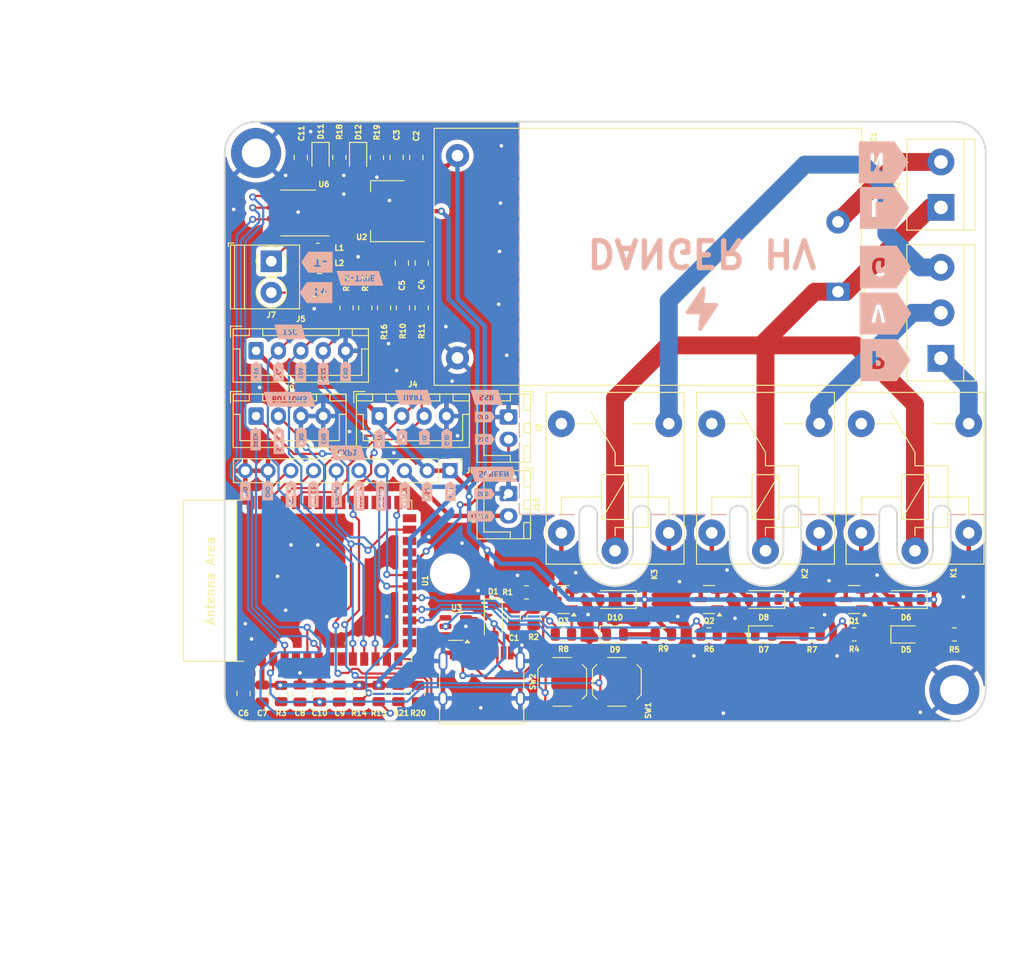
<source format=kicad_pcb>
(kicad_pcb (version 20240108) (generator "pcbnew") (generator_version "8.0")
  (title_block (title "Gaggimate Controller PCB") (date "2024-11-24") (rev "1.0"))
  (layers (0 "F.Cu" signal) (31 "B.Cu" signal) (34 "B.Paste" user) (35 "F.Paste" user) (36 "B.SilkS" user "B.Silkscreen") (37 "F.SilkS" user "F.Silkscreen") (38 "B.Mask" user) (39 "F.Mask" user) (44 "Edge.Cuts" user))
  (net 0 "")
  (net 1 "+5V")
  (net 2 "Net-(D1-A)")
  (net 3 "GND")
  (net 4 "Net-(J1-CC1)")
  (net 5 "/USB_DP")
  (net 7 "Net-(J1-CC2)")
  (net 9 "LINE")
  (net 10 "NEUT")
  (net 11 "/LINE_PUMP")
  (net 12 "/LINE_VALVE")
  (net 13 "/LINE_GRINDER")
  (net 15 "+3.3V")
  (net 16 "/CHIP_PU")
  (net 17 "/SPI_MISO")
  (net 18 "/SPI_MOSI")
  (net 19 "/SPI_CLK")
  (net 20 "/MAX_CS")
  (net 21 "/SCL")
  (net 22 "/SDA")
  (net 23 "/RELAY_PUMP")
  (net 26 "/RELAY_VALVE")
  (net 27 "/RELAY_GRINDER")
  (net 28 "/GPIO12")
  (net 29 "/GPIO13")
  (net 30 "/SSR")
  (net 31 "/GPIO41")
  (net 32 "/GPIO42")
  (net 33 "/GPIO47")
  (net 35 "/BOOT")
  (net 39 "/SDA2")
  (net 40 "/GPIO21")
  (net 41 "/GPIO40")
  (net 42 "/UART_RX0")
  (net 43 "/UART_TX0")
  (net 44 "/GPIO2")
  (net 45 "/GPIO1")
  (net 46 "Net-(D5-A)")
  (net 47 "Net-(D7-A)")
  (net 48 "Net-(D9-A)")
  (net 49 "Net-(D5-K)")
  (net 50 "Net-(D10-A)")
  (net 51 "Net-(Q1-B)")
  (net 52 "Net-(Q2-B)")
  (net 53 "Net-(Q3-B)")
  (net 56 "/USB_DN")
  (net 57 "/GPIO8")
  (net 58 "Net-(J7-Pin_1)")
  (net 59 "Net-(J7-Pin_2)")
  (net 60 "Net-(U6-T+)")
  (net 61 "Net-(U6-T-)")
  (net 62 "Net-(D11-K)")
  (net 63 "Net-(D12-K)")
  (net 64 "Net-(D7-K)")
  (net 65 "/BTN_BREW")
  (net 66 "/BTN_STEAM")
  (net 67 "/GPIO16")
  (net 68 "/GPIO15")
  (net 69 "/USB_UF_DP")
  (net 70 "/USB_UF_DN")
  (footprint "MountingHole:MountingHole_2.5mm" (layer "F.Cu") (at 186.86 76.6)
    (property "Reference" "REF**" (hide yes))
    (property "Value" "MountingHole_2.5mm" (hide yes))
  )
  (footprint "Button_Switch_SMD:SW_SPST_SKQG_WithStem" (layer "F.Cu") (at 205.5 88.7 -90)
    (property "Reference" "SW1")
    (property "Value" "SW_Push" (hide yes))
  )
  (footprint "Connector_JST:JST_XH_B2B-XH-A_1x02_P2.50mm_Vertical" (layer "F.Cu") (at 193.4 67.65 -90)
    (property "Reference" "J10")
    (property "Value" "Conn_01x02" (hide yes))
  )
  (footprint "Capacitor_SMD:C_0805_2012Metric" (layer "F.Cu") (at 180.9 30.1 90)
    (property "Reference" "C3")
    (property "Value" "0.1uF" (hide yes))
  )
  (footprint "Package_TO_SOT_SMD:SOT-23" (layer "F.Cu") (at 199.5375 79.5 180)
    (property "Reference" "Q3")
    (property "Value" "MMBT2222A" (hide yes))
  )
  (footprint "PCM_Espressif:ESP32-S3-WROOM-1" (layer "F.Cu") (at 172.84 77.4 90)
    (property "Reference" "U1")
    (property "Value" "ESP32-S3-WROOM-1" (hide yes))
  )
  (footprint "Relay_THT:Relay_SPDT_Finder_36.11" (layer "F.Cu") (at 238.8 74.05 90)
    (property "Reference" "K1")
    (property "Value" "Relay_SPDT" (hide yes))
  )
  (footprint "Fiducial:Fiducial_0.5mm_Mask1.5mm" (layer "F.Cu") (at 245.2 77.5)
    (property "Reference" "REF**" (hide yes))
    (property "Value" "Fiducial_0.5mm_Mask1.5mm" (hide yes))
  )
  (footprint "Button_Switch_SMD:SW_SPST_SKQG_WithStem" (layer "F.Cu") (at 199.4 88.7 -90)
    (property "Reference" "SW2")
    (property "Value" "SW_Push" (hide yes))
  )
  (footprint "Resistor_SMD:R_0805_2012Metric" (layer "F.Cu") (at 181.6 46.9 -90)
    (property "Reference" "R10")
    (property "Value" "10K" (hide yes))
  )
  (footprint "Resistor_SMD:R_0805_2012Metric" (layer "F.Cu") (at 175.3 46.9 -90)
    (property "Reference" "R12")
    (property "Value" "10K" (hide yes))
  )
  (footprint "LED_SMD:LED_0805_2012Metric" (layer "F.Cu") (at 176.6 30.1 -90)
    (property "Reference" "D12")
    (property "Value" "LED" (hide yes))
  )
  (footprint "LED_SMD:LED_0805_2012Metric" (layer "F.Cu") (at 237.8 83.4)
    (property "Reference" "D5")
    (property "Value" "LED" (hide yes))
  )
  (footprint "Capacitor_SMD:C_0805_2012Metric" (layer "F.Cu") (at 170.2 30.1 90)
    (property "Reference" "C11")
    (property "Value" "1uF" (hide yes))
  )
  (footprint "Connector_JST:JST_XH_B4B-XH-A_1x04_P2.50mm_Vertical" (layer "F.Cu") (at 165.2 59)
    (property "Reference" "J9")
    (property "Value" "Conn_01x04" (hide yes))
  )
  (footprint "Package_TO_SOT_SMD:SOT-23-6" (layer "F.Cu") (at 187.5 82.5 180)
    (property "Reference" "U3")
    (property "Value" "USBLC6-2SC6" (hide yes))
  )
  (footprint "TerminalBlock:TerminalBlock_bornier-3_P5.08mm" (layer "F.Cu") (at 241.7 52.54 90)
    (property "Reference" "J3")
    (property "Value" "Conn_01x03" (hide yes))
  )
  (footprint "Relay_THT:Relay_SPDT_Finder_36.11" (layer "F.Cu") (at 205.3 74.05 90)
    (property "Reference" "K3")
    (property "Value" "Relay_SPDT" (hide yes))
  )
  (footprint "Fiducial:Fiducial_0.5mm_Mask1.5mm" (layer "F.Cu") (at 179.5 40.9)
    (property "Reference" "REF**" (hide yes))
    (property "Value" "Fiducial_0.5mm_Mask1.5mm" (hide yes))
  )
  (footprint "Connector_JST:JST_XH_B5B-XH-A_1x05_P2.50mm_Vertical" (layer "F.Cu") (at 165.2 51.7)
    (property "Reference" "J5")
    (property "Value" "Conn_01x05" (hide yes))
  )
  (footprint "Resistor_SMD:R_0805_2012Metric" (layer "F.Cu") (at 210.7 83.4)
    (property "Reference" "R9")
    (property "Value" "150R" (hide yes))
  )
  (footprint "Package_TO_SOT_SMD:SOT-23" (layer "F.Cu") (at 215.8 79.5 180)
    (property "Reference" "Q2")
    (property "Value" "MMBT2222A" (hide yes))
  )
  (footprint "MountingHole:MountingHole_3.2mm_M3_DIN965_Pad_TopBottom" (layer "F.Cu") (at 165.2 29.6)
    (property "Reference" "H1" (hide yes))
    (property "Value" "MountingHole_Pad" (hide yes))
  )
  (footprint "Diode_SMD:D_SOD-123" (layer "F.Cu") (at 191.7 81.8 -90)
    (property "Reference" "D1")
    (property "Value" "1N5819" (hide yes))
  )
  (footprint "Capacitor_SMD:C_0805_2012Metric" (layer "F.Cu") (at 174.5 90 90)
    (property "Reference" "C9")
    (property "Value" "0.1uF" (hide yes))
  )
  (footprint "Resistor_SMD:R_0805_2012Metric" (layer "F.Cu") (at 178.7 30.1 -90)
    (property "Reference" "R19")
    (property "Value" "150R" (hide yes))
  )
  (footprint "Resistor_SMD:R_0805_2012Metric" (layer "F.Cu") (at 227.3 83.4)
    (property "Reference" "R7")
    (property "Value" "150R" (hide yes))
  )
  (footprint "Fiducial:Fiducial_0.5mm_Mask1.5mm" (layer "F.Cu") (at 163 33.6)
    (property "Reference" "REF**" (hide yes))
    (property "Value" "Fiducial_0.5mm_Mask1.5mm" (hide yes))
  )
  (footprint "Resistor_SMD:R_0805_2012Metric" (layer "F.Cu") (at 232 83.4 180)
    (property "Reference" "R4")
    (property "Value" "1K" (hide yes))
  )
  (footprint "Resistor_SMD:R_0805_2012Metric" (layer "F.Cu") (at 199.5375 83.4 180)
    (property "Reference" "R8")
    (property "Value" "1K" (hide yes))
  )
  (footprint "Resistor_SMD:R_0805_2012Metric" (layer "F.Cu") (at 178.9 90 -90)
    (property "Reference" "R15")
    (property "Value" "10K" (hide yes))
  )
  (footprint "TerminalBlock_Phoenix:TerminalBlock_Phoenix_PT-1,5-2-3.5-H_1x02_P3.50mm_Horizontal" (layer "F.Cu") (at 166.9 41.7 -90)
    (property "Reference" "J7")
    (property "Value" "Conn_01x02" (hide yes))
  )
  (footprint "Diode_SMD:D_SOD-123" (layer "F.Cu") (at 221.9 79.5 180)
    (property "Reference" "D8")
    (property "Value" "1N4148W" (hide yes))
  )
  (footprint "Package_SO:SOIC-8_3.9x4.9mm_P1.27mm" (layer "F.Cu") (at 169.9 36.3 180)
    (property "Reference" "U6")
    (property "Value" "MAX31855EASA" (hide yes))
  )
  (footprint "Connector_JST:JST_XH_B4B-XH-A_1x04_P2.50mm_Vertical" (layer "F.Cu") (at 178.97 59)
    (property "Reference" "J4")
    (property "Value" "Conn_01x04" (hide yes))
  )
  (footprint "Resistor_SMD:R_0805_2012Metric" (layer "F.Cu") (at 176.7 90 -90)
    (property "Reference" "R14")
    (property "Value" "10K" (hide yes))
  )
  (footprint "LED_SMD:LED_0805_2012Metric" (layer "F.Cu") (at 172.4 30.1 -90)
    (property "Reference" "D11")
    (property "Value" "LED" (hide yes))
  )
  (footprint "Capacitor_SMD:C_0805_2012Metric" (layer "F.Cu") (at 172.3 90 90)
    (property "Reference" "C10")
    (property "Value" "0.1uF" (hide yes))
  )
  (footprint "MountingHole:MountingHole_3.2mm_M3_DIN965_Pad_TopBottom" (layer "F.Cu") (at 243.2 89.6)
    (property "Reference" "H1" (hide yes))
    (property "Value" "MountingHole_Pad" (hide yes))
  )
  (footprint "Package_TO_SOT_SMD:SOT-23" (layer "F.Cu") (at 232 79.5 180)
    (property "Reference" "Q1")
    (property "Value" "MMBT2222A" (hide yes))
  )
  (footprint "Resistor_SMD:R_0805_2012Metric" (layer "F.Cu") (at 215.8 83.4 180)
    (property "Reference" "R6")
    (property "Value" "1K" (hide yes))
  )
  (footprint "Capacitor_SMD:C_0805_2012Metric" (layer "F.Cu") (at 194 81.5 -90)
    (property "Reference" "C1")
    (property "Value" "10uF" (hide yes))
  )
  (footprint "Diode_SMD:D_SOD-123" (layer "F.Cu") (at 205.3 79.5 180)
    (property "Reference" "D10")
    (property "Value" "1N4148W" (hide yes))
  )
  (footprint "Connector_USB:USB_C_Receptacle_HRO_TYPE-C-31-M-12" (layer "F.Cu") (at 190.4 89.5)
    (property "Reference" "J1" (hide yes))
    (property "Value" "USB_C_Receptacle" (hide yes))
  )
  (footprint "Capacitor_SMD:C_0805_2012Metric" (layer "F.Cu") (at 163.8 90 -90)
    (property "Reference" "C6")
    (property "Value" "10uF" (hide yes))
  )
  (footprint "Resistor_SMD:R_0805_2012Metric" (layer "F.Cu") (at 177.4 46.9 -90)
    (property "Reference" "R13")
    (property "Value" "10K" (hide yes))
  )
  (footprint "Converter_ACDC:Converter_ACDC_HiLink_HLK-10Mxx" (layer "F.Cu") (at 230.2 45.1 180)
    (property "Reference" "PS1")
    (property "Value" "HLK-10M05" (hide yes))
  )
  (footprint "Capacitor_SMD:C_0805_2012Metric" (layer "F.Cu") (at 183.7 41.9 -90)
    (property "Reference" "C4")
    (property "Value" "22uF" (hide yes))
  )
  (footprint "Resistor_SMD:R_0805_2012Metric" (layer "F.Cu") (at 195.4 78.7)
    (property "Reference" "R1")
    (property "Value" "5.1K" (hide yes))
  )
  (footprint "Inductor_SMD:L_0603_1608Metric" (layer "F.Cu") (at 172.1 41.9)
    (property "Reference" "L2")
    (property "Value" "470R" (hide yes))
  )
  (footprint "Resistor_SMD:R_0805_2012Metric" (layer "F.Cu") (at 183.7 46.9 -90)
    (property "Reference" "R11")
    (property "Value" "10K" (hide yes))
  )
  (footprint "Resistor_SMD:R_0805_2012Metric" (layer "F.Cu") (at 179.5 46.9 -90)
    (property "Reference" "R16")
    (property "Value" "10K" (hide yes))
  )
  (footprint "Connector_JST:JST_XH_B2B-XH-A_1x02_P2.50mm_Vertical" (layer "F.Cu") (at 193.4 59.1 -90)
    (property "Reference" "J8")
    (property "Value" "Conn_01x02" (hide yes))
  )
  (footprint "Resistor_SMD:R_0805_2012Metric" (layer "F.Cu") (at 181.1 90 -90)
    (property "Reference" "R21")
    (property "Value" "10K" (hide yes))
  )
  (footprint "Resistor_SMD:R_0805_2012Metric" (layer "F.Cu") (at 183.3 90.0125 -90)
    (property "Reference" "R20")
    (property "Value" "10K" (hide yes))
  )
  (footprint "Resistor_SMD:R_0805_2012Metric" (layer "F.Cu") (at 196.2 81.5 -90)
    (property "Reference" "R2")
    (property "Value" "5.1K" (hide yes))
  )
  (footprint "Connector_PinHeader_2.54mm:PinHeader_1x10_P2.54mm_Vertical" (layer "F.Cu") (at 186.86 65.1 -90)
    (property "Reference" "J6")
    (property "Value" "Conn_01x10" (hide yes))
  )
  (footprint "Capacitor_SMD:C_0805_2012Metric" (layer "F.Cu") (at 183.1 30.1 90)
    (property "Reference" "C2")
    (property "Value" "10uF" (hide yes))
  )
  (footprint "Capacitor_SMD:C_0805_2012Metric" (layer "F.Cu") (at 170.1 90 90)
    (property "Reference" "C8")
    (property "Value" "1uF" (hide yes))
  )
  (footprint "LED_SMD:LED_0805_2012Metric" (layer "F.Cu") (at 221.9 83.4)
    (property "Reference" "D7")
    (property "Value" "LED" (hide yes))
  )
  (footprint "TerminalBlock:TerminalBlock_bornier-2_P5.08mm" (layer "F.Cu") (at 241.7 35.68 90)
    (property "Reference" "J2")
    (property "Value" "Conn_01x02" (hide yes))
  )
  (footprint "Capacitor_SMD:C_0805_2012Metric" (layer "F.Cu") (at 181.49 41.9 -90)
    (property "Reference" "C5")
    (property "Value" "0.1uF" (hide yes))
  )
  (footprint "Capacitor_SMD:C_0805_2012Metric" (layer "F.Cu") (at 165.89 90 -90)
    (property "Reference" "C7")
    (property "Value" "0.1uF" (hide yes))
  )
  (footprint "Package_TO_SOT_SMD:SOT-223-3_TabPin2" (layer "F.Cu") (at 179.9 36.1 180)
    (property "Reference" "U2")
    (property "Value" "AMS1117-3.3" (hide yes))
  )
  (footprint "Resistor_SMD:R_0805_2012Metric" (layer "F.Cu") (at 243.2 83.4)
    (property "Reference" "R5")
    (property "Value" "150R" (hide yes))
  )
  (footprint "Relay_THT:Relay_SPDT_Finder_36.11" (layer "F.Cu") (at 222.1 74.05 90)
    (property "Reference" "K2")
    (property "Value" "Relay_SPDT" (hide yes))
  )
  (footprint "LED_SMD:LED_0805_2012Metric" (layer "F.Cu") (at 205.3 83.4)
    (property "Reference" "D9")
    (property "Value" "LED" (hide yes))
  )
  (footprint "Resistor_SMD:R_0805_2012Metric" (layer "F.Cu") (at 168 90 -90)
    (property "Reference" "R3")
    (property "Value" "10K" (hide yes))
  )
  (footprint "Diode_SMD:D_SOD-123" (layer "F.Cu") (at 237.8 79.5 180)
    (property "Reference" "D6")
    (property "Value" "1N4148W" (hide yes))
  )
  (footprint "Inductor_SMD:L_0603_1608Metric" (layer "F.Cu") (at 172.1 40.2)
    (property "Reference" "L1")
    (property "Value" "470R" (hide yes))
  )
  (footprint "Resistor_SMD:R_0805_2012Metric" (layer "F.Cu") (at 174.5 30.1 -90)
    (property "Reference" "R18")
    (property "Value" "68R" (hide yes))
  )
  (footprint "Capacitor_SMD:C_0805_2012Metric" (layer "F.Cu") (at 172.3 43.8)
    (property "Reference" "C14")
    (property "Value" "10nF" (hide yes))
  )
  (footprint "kibuzzard-6732266F" (layer "B.Cu") (at 169.1 67.7 90)
    (property "Reference" "kibuzzard-6732266F" (hide yes))
    (property "Value" "G***" (hide yes))
  )
  (footprint "kibuzzard-67322650" (layer "B.Cu") (at 186.9 67.4 90)
    (property "Reference" "kibuzzard-67322650" (hide yes))
    (property "Value" "G***" (hide yes))
  )
  (footprint "kibuzzard-67322749" (layer "B.Cu") (at 191.75 65.5)
    (property "Reference" "kibuzzard-67322749" (hide yes))
    (property "Value" "G***" (hide yes))
  )
  (footprint "kibuzzard-67322796" (layer "B.Cu") (at 235.5 42.34)
    (property "Reference" "kibuzzard-67322796" (hide yes))
    (property "Value" "G***" (hide yes))
  )
  (footprint "kibuzzard-6735A9FB" (layer "B.Cu") (at 235.3 30.64)
    (property "Reference" "kibuzzard-6735A9FB" (hide yes))
    (property "Value" "G***" (hide yes))
  )
  (footprint "kibuzzard-67322681" (layer "B.Cu") (at 171.6 67.7 90)
    (property "Reference" "kibuzzard-67322681" (hide yes))
    (property "Value" "G***" (hide yes))
  )
  (footprint "kibuzzard-6732279D" (layer "B.Cu") (at 235.5 52.74)
    (property "Reference" "kibuzzard-6732279D" (hide yes))
    (property "Value" "G***" (hide yes))
  )
  (footprint "kibuzzard-67322755" (layer "B.Cu") (at 169 49.6)
    (property "Reference" "kibuzzard-67322755" (hide yes))
    (property "Value" "G***" (hide yes))
  )
  (footprint "kibuzzard-6735A9F6" (layer "B.Cu") (at 235.4 35.74)
    (property "Reference" "kibuzzard-6735A9F6" (hide yes))
    (property "Value" "G***" (hide yes))
  )
  (footprint "kibuzzard-673226D2" (layer "B.Cu") (at 190.75 61.6)
    (property "Reference" "kibuzzard-673226D2" (hide yes))
    (property "Value" "G***" (hide yes))
  )
  (footprint "kibuzzard-67322649" (layer "B.Cu") (at 166.5 67.3 90)
    (property "Reference" "kibuzzard-67322649" (hide yes))
    (property "Value" "G***" (hide yes))
  )
  (footprint "kibuzzard-6732270D" (layer "B.Cu") (at 181.5 61.3 90)
    (property "Reference" "kibuzzard-6732270D" (hide yes))
    (property "Value" "G***" (hide yes))
  )
  (footprint "kibuzzard-67322649" (layer "B.Cu") (at 172.75 61.325 90)
    (property "Reference" "kibuzzard-67322649" (hide yes))
    (property "Value" "G***" (hide yes))
  )
  (footprint "kibuzzard-673226BE" (layer "B.Cu") (at 167.75 61.725 90)
    (property "Reference" "kibuzzard-673226BE" (hide yes))
    (property "Value" "G***" (hide yes))
  )
  (footprint "kibuzzard-67322833" (layer "B.Cu") (at 190.95 56.9)
    (property "Reference" "kibuzzard-67322833" (hide yes))
    (property "Value" "G***" (hide yes))
  )
  (footprint "kibuzzard-67426AC2" (layer "B.Cu") (at 172.7 54.2 90)
    (property "Reference" "kibuzzard-67426AC2" (hide yes))
    (property "Value" "G***" (hide yes))
  )
  (footprint "kibuzzard-67322650" (layer "B.Cu") (at 165.2 54 90)
    (property "Reference" "kibuzzard-67322650" (hide yes))
    (property "Value" "G***" (hide yes))
  )
  (footprint "kibuzzard-67322650" (layer "B.Cu") (at 184.3 67.4 90)
    (property "Reference" "kibuzzard-67322650" (hide yes))
    (property "Value" "G***" (hide yes))
  )
  (footprint "kibuzzard-6732277B" (layer "B.Cu") (at 175.4 63.1)
    (property "Reference" "kibuzzard-6732277B" (hide yes))
    (property "Value" "G***" (hide yes))
  )
  (footprint "kibuzzard-67322649" (layer "B.Cu") (at 164 67.3 90)
    (property "Reference" "kibuzzard-67322649" (hide yes))
    (property "Value" "G***" (hide yes))
  )
  (footprint "kibuzzard-67322783" (layer "B.Cu") (at 176.8 43.6)
    (property "Reference" "kibuzzard-67322783" (hide yes))
    (property "Value" "G***" (hide yes))
  )
  (footprint "kibuzzard-67322575" (layer "B.Cu") (at 172 41.8)
    (property "Reference" "kibuzzard-67322575" (hide yes))
    (property "Value" "G***" (hide yes))
  )
  (footprint "kibuzzard-673226A8" (layer "B.Cu") (at 179.2 67.870338 90)
    (property "Reference" "kibuzzard-673226A8" (hide yes))
    (property "Value" "G***" (hide yes))
  )
  (footprint "kibuzzard-67322649" (layer "B.Cu") (at 190.75 59.1)
    (property "Reference" "kibuzzard-67322649" (hide yes))
    (property "Value" "G***" (hide yes))
  )
  (footprint "kibuzzard-67322686" (layer "B.Cu") (at 174.2 67.7 90)
    (property "Reference" "kibuzzard-67322686" (hide yes))
    (property "Value" "G***" (hide yes))
  )
  (footprint "kibuzzard-67322649" (layer "B.Cu") (at 186.5 61.5 90)
    (property "Reference" "kibuzzard-67322649" (hide yes))
    (property "Value" "G***" (hide yes))
  )
  (footprint "kibuzzard-673226A0" (layer "B.Cu") (at 176.7 67.870338 90)
    (property "Reference" "kibuzzard-673226A0" (hide yes))
    (property "Value" "G***" (hide yes))
  )
  (footprint "kibuzzard-67322714" (layer "B.Cu") (at 184 61.3 90)
    (property "Reference" "kibuzzard-67322714" (hide yes))
    (property "Value" "G***" (hide yes))
  )
  (footprint "kibuzzard-67322649" (layer "B.Cu") (at 190.75 67.7)
    (property "Reference" "kibuzzard-67322649" (hide yes))
    (property "Value" "G***" (hide yes))
  )
  (footprint "kibuzzard-67322768" (layer "B.Cu") (at 168.95 57.125)
    (property "Reference" "kibuzzard-67322768" (hide yes))
    (property "Value" "G***" (hide yes))
  )
  (footprint "kibuzzard-6732257B" (layer "B.Cu") (at 171.9 45.2)
    (property "Reference" "kibuzzard-6732257B" (hide yes))
    (property "Value" "G***" (hide yes))
  )
  (footprint "kibuzzard-673226B7" (layer "B.Cu") (at 165.15 61.525 90)
    (property "Reference" "kibuzzard-673226B7" (hide yes))
    (property "Value" "G***" (hide yes))
  )
  (footprint "kibuzzard-673226AF" (layer "B.Cu") (at 190.35 70.2)
    (property "Reference" "kibuzzard-673226AF" (hide yes))
    (property "Value" "G***" (hide yes))
  )
  (footprint "kibuzzard-673226AF" (layer "B.Cu") (at 181.8 67.8 90)
    (property "Reference" "kibuzzard-673226AF" (hide yes))
    (property "Value" "G***" (hide yes))
  )
  (footprint "kibuzzard-6732261A" (layer "B.Cu") (at 167.7 54 90)
    (property "Reference" "kibuzzard-6732261A" (hide yes))
    (property "Value" "G***" (hide yes))
  )
  (footprint "kibuzzard-6732274F" (layer "B.Cu") (at 182.8 56.9)
    (property "Reference" "kibuzzard-6732274F" (hide yes))
    (property "Value" "G***" (hide yes))
  )
  (footprint "kibuzzard-67322655" (layer "B.Cu") (at 170.2 54 90)
    (property "Reference" "kibuzzard-67322655" (hide yes))
    (property "Value" "G***" (hide yes))
  )
  (footprint "kibuzzard-67322649" (layer "B.Cu") (at 175.2 54 90)
    (property "Reference" "kibuzzard-67322649" (hide yes))
    (property "Value" "G***" (hide yes))
  )
  (footprint "kibuzzard-67322650" (layer "B.Cu") (at 179 61.5 90)
    (property "Reference" "kibuzzard-67322650" (hide yes))
    (property "Value" "G***" (hide yes))
  )
  (footprint "kibuzzard-6732278E" (layer "B.Cu") (at 235.5 47.54)
    (property "Reference" "kibuzzard-6732278E" (hide yes))
    (property "Value" "G***" (hide yes))
  )
  (footprint "kibuzzard-67322649" (layer "B.Cu") (at 170.25 61.325 90)
    (property "Reference" "kibuzzard-67322649" (hide yes))
    (property "Value" "G***" (hide yes))
  )
  (gr_line (start 194.6 26) (end 194.6 70) (stroke (width 0.15) (type dash)) (layer "B.SilkS"))
  (gr_line (start 194.6 70) (end 201.4 70) (stroke (width 0.15) (type dash)) (layer "B.SilkS"))
  (gr_line (start 209.3 70) (end 218.1 70) (stroke (width 0.15) (type dash)) (layer "B.SilkS"))
  (gr_poly (pts (xy 214.787159 49.483257) (xy 214.777837 49.482558) (xy 214.768515 49.481466) (xy 214.759203 49.479979) (xy 214.749914 49.478092) (xy 214.740658 49.475802) (xy 214.731447 49.473105) (xy 214.722292 49.469998) (xy 214.71364 49.466583) (xy 214.705191 49.462842) (xy 214.696951 49.458786) (xy 214.688927 49.454422) (xy 214.681124 49.44976) (xy 214.673548 49.444808) (xy 214.666205 49.439577) (xy 214.659101 49.434074) (xy 214.652242 49.42831) (xy 214.645633 49.422292) (xy 214.63928 49.416031) (xy 214.63319 49.409535) (xy 214.627368 49.402813) (xy 214.621821 49.395874) (xy 214.616553 49.388727) (xy 214.611571 49.381382) (xy 214.606881 49.373847) (xy 214.602488 49.366132) (xy 214.598399 49.358245) (xy 214.594619 49.350195) (xy 214.591155 49.341992) (xy 214.588012 49.333645) (xy 214.585196 49.325162) (xy 214.582712 49.316553) (xy 214.580568 49.307827) (xy 214.578768 49.298992) (xy 214.577319 49.290059) (xy 214.576226 49.281035) (xy 214.575496 49.27193) (xy 214.575133 49.262753) (xy 214.575145 49.253514) (xy 214.575537 49.24422) (xy 214.749386 47.632166) (xy 213.419554 47.632166) (xy 213.403969 47.631653) (xy 213.388587 47.630085) (xy 213.373454 47.627488) (xy 213.358616 47.623889) (xy 213.344116 47.619316) (xy 213.33 47.613796) (xy 213.316313 47.607355) (xy 213.303101 47.600021) (xy 213.290409 47.591821) (xy 213.278281 47.582782) (xy 213.266762 47.572931) (xy 213.255898 47.562294) (xy 213.245734 47.5509) (xy 213.236315 47.538774) (xy 213.227686 47.525945) (xy 213.219892 47.512438) (xy 213.213046 47.498428) (xy 213.207227 47.484103) (xy 213.202434 47.469516) (xy 213.198663 47.45472) (xy 213.195912 47.439767) (xy 213.194178 47.42471) (xy 213.193458 47.409601) (xy 213.19375 47.394493) (xy 213.19505 47.379438) (xy 213.197356 47.364488) (xy 213.200665 47.349697) (xy 213.204974 47.335117) (xy 213.210281 47.3208) (xy 213.216582 47.306798) (xy 213.223876 47.293165) (xy 213.232159 47.279953) (xy 215.013546 44.615775) (xy 215.021756 44.604405) (xy 215.030592 44.593638) (xy 215.040021 44.583493) (xy 215.050007 44.573988) (xy 215.060518 44.565141) (xy 215.071518 44.556971) (xy 215.082974 44.549494) (xy 215.094852 44.54273) (xy 215.107116 44.536696) (xy 215.119734 44.531411) (xy 215.132671 44.526892) (xy 215.145892 44.523158) (xy 215.159364 44.520227) (xy 215.173052 44.518117) (xy 215.186923 44.516847) (xy 215.200941 44.516433) (xy 215.205847 44.516492) (xy 215.210747 44.516658) (xy 215.215638 44.51693) (xy 215.220519 44.517307) (xy 215.225389 44.51779) (xy 215.230246 44.518378) (xy 215.235087 44.519071) (xy 215.239912 44.519869) (xy 215.244719 44.520771) (xy 215.249505 44.521777) (xy 215.254269 44.522886) (xy 215.259011 44.5241) (xy 215.263726 44.525416) (xy 215.268415 44.526835) (xy 215.273075 44.528356) (xy 215.277705 44.52998) (xy 215.286755 44.533514) (xy 215.29558 44.537401) (xy 215.304176 44.541632) (xy 215.312534 44.546196) (xy 215.32065 44.551082) (xy 215.328516 44.556281) (xy 215.336127 44.561781) (xy 215.343475 44.567573) (xy 215.350554 44.573645) (xy 215.357359 44.579989) (xy 215.363882 44.586593) (xy 215.370117 44.593447) (xy 215.376057 44.60054) (xy 215.381697 44.607863) (xy 215.38703 44.615404) (xy 215.392048 44.623154) (xy 215.396747 44.631102) (xy 215.40112 44.639238) (xy 215.405159 44.647551) (xy 215.40886 44.656031) (xy 215.412214 44.664668) (xy 215.415217 44.673451) (xy 215.41786 44.68237) (xy 215.420139 44.691415) (xy 215.422047 44.700575) (xy 215.423576 44.709839) (xy 215.424722 44.719198) (xy 215.425477 44.728641) (xy 215.425834 44.738158) (xy 215.425789 44.747738) (xy 215.425333 44.757371) (xy 215.424461 44.767047) (xy 215.250612 46.367811) (xy 216.580443 46.367811) (xy 216.596029 46.368324) (xy 216.61141 46.369893) (xy 216.626543 46.37249) (xy 216.641382 46.376089) (xy 216.655882 46.380661) (xy 216.669998 46.386182) (xy 216.683684 46.392622) (xy 216.696896 46.399956) (xy 216.709589 46.408156) (xy 216.721717 46.417195) (xy 216.733235 46.427047) (xy 216.744099 46.437683) (xy 216.754263 46.449078) (xy 216.763682 46.461203) (xy 216.772311 46.474033) (xy 216.780105 46.487539) (xy 216.786952 46.50155) (xy 216.79277 46.515875) (xy 216.797563 46.530461) (xy 216.801334 46.545257) (xy 216.804085 46.56021) (xy 216.805819 46.575268) (xy 216.806539 46.590377) (xy 216.806248 46.605485) (xy 216.804948 46.62054) (xy 216.802642 46.635489) (xy 216.799333 46.65028) (xy 216.795024 46.664861) (xy 216.789717 46.679178) (xy 216.783415 46.693179) (xy 216.776122 46.706812) (xy 216.767839 46.720024) (xy 214.986452 49.384202) (xy 214.98087 49.392096) (xy 214.975002 49.39969) (xy 214.968858 49.406982) (xy 214.96245 49.413967) (xy 214.955789 49.420642) (xy 214.948887 49.427003) (xy 214.941756 49.433046) (xy 214.934406 49.438768) (xy 214.92685 49.444164) (xy 214.919098 49.449232) (xy 214.911162 49.453967) (xy 214.903054 49.458366) (xy 214.894785 49.462425) (xy 214.886366 49.46614) (xy 214.877809 49.469508) (xy 214.869125 49.472524) (xy 214.860326 49.475186) (xy 214.851424 49.477489) (xy 214.842428 49.479429) (xy 214.833352 49.481004) (xy 214.824207 49.482209) (xy 214.815003 49.483041) (xy 214.805753 49.483495) (xy 214.796468 49.483568)) (stroke (width -0.000001)) (fill solid) (layer "B.SilkS"))
  (gr_line (start 226.1 70) (end 234.8 70) (stroke (width 0.15) (type dash)) (layer "B.SilkS"))
  (gr_line (start 242.8 70) (end 246.7 70) (stroke (width 0.15) (type dash)) (layer "B.SilkS"))
  (gr_arc (start 234.8 70) (mid 235.092893 69.292893) (end 235.8 69) (stroke (width 0.2)) (layer "Edge.Cuts"))
  (gr_arc (start 207.3 74) (mid 205.3 76) (end 203.3 74) (stroke (width 0.2)) (layer "Edge.Cuts"))
  (gr_line (start 218.1 70) (end 218.1 74) (stroke (width 0.2)) (layer "Edge.Cuts"))
  (gr_arc (start 246.7 89.6) (mid 245.674874 92.074873) (end 243.2 93.1) (stroke (width 0.2)) (layer "Edge.Cuts"))
  (gr_arc (start 241.8 69) (mid 242.507107 69.292893) (end 242.8 70) (stroke (width 0.2)) (layer "Edge.Cuts"))
  (gr_arc (start 207.3 70) (mid 207.592893 69.292893) (end 208.3 69) (stroke (width 0.2)) (layer "Edge.Cuts"))
  (gr_line (start 161.7 29.6) (end 161.7 90.1) (stroke (width 0.2)) (layer "Edge.Cuts"))
  (gr_line (start 220.1 74) (end 220.1 70) (stroke (width 0.2)) (layer "Edge.Cuts"))
  (gr_arc (start 164.7 93.1) (mid 162.578679 92.221321) (end 161.7 90.1) (stroke (width 0.2)) (layer "Edge.Cuts"))
  (gr_arc (start 202.3 69) (mid 203.007107 69.292893) (end 203.3 70) (stroke (width 0.2)) (layer "Edge.Cuts"))
  (gr_arc (start 240.8 74) (mid 238.8 76) (end 236.8 74) (stroke (width 0.2)) (layer "Edge.Cuts"))
  (gr_arc (start 201.3 70) (mid 201.592893 69.292893) (end 202.3 69) (stroke (width 0.2)) (layer "Edge.Cuts"))
  (gr_arc (start 226.1 74) (mid 224.928427 76.828427) (end 222.1 78) (stroke (width 0.2)) (layer "Edge.Cuts"))
  (gr_line (start 201.3 70) (end 201.3 74) (stroke (width 0.2)) (layer "Edge.Cuts"))
  (gr_line (start 207.3 74) (end 207.3 70) (stroke (width 0.2)) (layer "Edge.Cuts"))
  (gr_line (start 209.3 74) (end 209.3 70) (stroke (width 0.2)) (layer "Edge.Cuts"))
  (gr_arc (start 205.3 78) (mid 202.471573 76.828427) (end 201.3 74) (stroke (width 0.2)) (layer "Edge.Cuts"))
  (gr_arc (start 222.1 78) (mid 219.271573 76.828427) (end 218.1 74) (stroke (width 0.2)) (layer "Edge.Cuts"))
  (gr_line (start 236.8 74) (end 236.8 70) (stroke (width 0.2)) (layer "Edge.Cuts"))
  (gr_arc (start 242.8 74) (mid 241.628427 76.828427) (end 238.8 78) (stroke (width 0.2)) (layer "Edge.Cuts"))
  (gr_arc (start 238.8 78) (mid 235.971573 76.828427) (end 234.8 74) (stroke (width 0.2)) (layer "Edge.Cuts"))
  (gr_line (start 246.7 89.6) (end 246.7 29.6) (stroke (width 0.2)) (layer "Edge.Cuts"))
  (gr_arc (start 209.3 74) (mid 208.128427 76.828427) (end 205.3 78) (stroke (width 0.2)) (layer "Edge.Cuts"))
  (gr_line (start 240.8 74) (end 240.8 70) (stroke (width 0.2)) (layer "Edge.Cuts"))
  (gr_arc (start 240.8 70) (mid 241.092893 69.292893) (end 241.8 69) (stroke (width 0.2)) (layer "Edge.Cuts"))
  (gr_line (start 164.7 93.1) (end 243.2 93.1) (stroke (width 0.2)) (layer "Edge.Cuts"))
  (gr_arc (start 243.2 26.1) (mid 245.674873 27.125126) (end 246.7 29.6) (stroke (width 0.2)) (layer "Edge.Cuts"))
  (gr_arc (start 208.3 69) (mid 209.007107 69.292893) (end 209.3 70) (stroke (width 0.2)) (layer "Edge.Cuts"))
  (gr_line (start 203.3 74) (end 203.3 70) (stroke (width 0.2)) (layer "Edge.Cuts"))
  (gr_arc (start 235.8 69) (mid 236.507107 69.292893) (end 236.8 70) (stroke (width 0.2)) (layer "Edge.Cuts"))
  (gr_arc (start 219.1 69) (mid 219.807107 69.292893) (end 220.1 70) (stroke (width 0.2)) (layer "Edge.Cuts"))
  (gr_arc (start 224.1 74) (mid 222.1 76) (end 220.1 74) (stroke (width 0.2)) (layer "Edge.Cuts"))
  (gr_line (start 242.8 74) (end 242.8 70) (stroke (width 0.2)) (layer "Edge.Cuts"))
  (gr_arc (start 224.1 70) (mid 224.392893 69.292893) (end 225.1 69) (stroke (width 0.2)) (layer "Edge.Cuts"))
  (gr_line (start 224.1 74) (end 224.1 70) (stroke (width 0.2)) (layer "Edge.Cuts"))
  (gr_line (start 226.1 74) (end 226.1 70) (stroke (width 0.2)) (layer "Edge.Cuts"))
  (gr_arc (start 218.1 70) (mid 218.392893 69.292893) (end 219.1 69) (stroke (width 0.2)) (layer "Edge.Cuts"))
  (gr_arc (start 225.1 69) (mid 225.807107 69.292893) (end 226.1 70) (stroke (width 0.2)) (layer "Edge.Cuts"))
  (gr_arc (start 161.7 29.6) (mid 162.725126 27.125127) (end 165.2 26.1) (stroke (width 0.2)) (layer "Edge.Cuts"))
  (gr_line (start 243.2 26.1) (end 165.2 26.1) (stroke (width 0.2)) (layer "Edge.Cuts"))
  (gr_line (start 234.8 70) (end 234.8 74) (stroke (width 0.2)) (layer "Edge.Cuts"))
  (gr_text "DANGER HV" (at 215 39 180) (layer "B.SilkS") (effects (font (size 3 3) (thickness 0.6) (bold yes)) (justify bottom mirror)))
  (segment (start 177.3 33.4) (end 180.5 33.4) (width 0.5) (layer "F.Cu") (net 1))
  (segment (start 206.95 79.5) (end 208.6 79.5) (width 0.5) (layer "F.Cu") (net 1))
  (segment (start 211.3 75.9125) (end 211.3 72.05) (width 0.5) (layer "F.Cu") (net 1))
  (segment (start 178.97 59) (end 175.67 55.7) (width 0.5) (layer "F.Cu") (net 1))
  (segment (start 189 68) (end 189 67.24) (width 0.5) (layer "F.Cu") (net 1))
  (segment (start 180.5 33.4) (end 180.9 33) (width 0.5) (layer "F.Cu") (net 1))
  (segment (start 223.55 79.5) (end 225 79.5) (width 0.5) (layer "F.Cu") (net 1))
  (segment (start 225 79.5) (end 225 80.1875) (width 0.5) (layer "F.Cu") (net 1))
  (segment (start 225 79.5) (end 225 78.8125) (width 0.5) (layer "F.Cu") (net 1))
  (segment (start 176.6 31.0375) (end 176.6 32.7) (width 0.5) (layer "F.Cu") (net 1))
  (segment (start 208.6 79.5) (end 208.6 78.6125) (width 0.5) (layer "F.Cu") (net 1))
  (segment (start 183.1 31.05) (end 186.55 31.05) (width 0.5) (layer "F.Cu") (net 1))
  (segment (start 175.67 55.7) (end 169.2 55.7) (width 0.5) (layer "F.Cu") (net 1))
  (segment (start 180.9 31.05) (end 183.1 31.05) (width 0.5) (layer "F.Cu") (net 1))
  (segment (start 189 67.24) (end 186.86 65.1) (width 0.5) (layer "F.Cu") (net 1))
  (segment (start 240.9 78.8125) (end 244.8 74.9125) (width 0.5) (layer "F.Cu") (net 1))
  (segment (start 183.05 33.8) (end 183.05 31.1) (width 0.5) (layer "F.Cu") (net 1))
  (segment (start 193.6 80.15) (end 194 80.55) (width 0.5) (layer "F.Cu") (net 1))
  (segment (start 240.9 79.5) (end 240.9 80.1875) (width 0.5) (layer "F.Cu") (net 1))
  (segment (start 176.6 32.7) (end 177.3 33.4) (width 0.5) (layer "F.Cu") (net 1))
  (segment (start 183.05 31.1) (end 183.1 31.05) (width 0.5) (layer "F.Cu") (net 1))
  (segment (start 239.45 79.5) (end 240.9 79.5) (width 0.5) (layer "F.Cu") (net 1))
  (segment (start 240.9 79.5) (end 240.9 78.8125) (width 0.5) (layer "F.Cu") (net 1))
  (segment (start 225 80.1875) (end 228.2125 83.4) (width 0.5) (layer "F.Cu") (net 1))
  (segment (start 208.6 80.3875) (end 211.6125 83.4) (width 0.5) (layer "F.Cu") (net 1))
  (segment (start 225 78.8125) (end 228.1 75.7125) (width 0.5) (layer "F.Cu") (net 1))
  (segment (start 240.9 80.1875) (end 244.1125 83.4) (width 0.5) (layer "F.Cu") (net 1))
  (segment (start 191.7 80.15) (end 193.6 80.15) (width 0.5) (layer "F.Cu") (net 1))
  (segment (start 169.2 55.7) (end 165.2 51.7) (width 0.5) (layer "F.Cu") (net 1))
  (segment (start 208.6 78.6125) (end 211.3 75.9125) (width 0.5) (layer "F.Cu") (net 1))
  (segment (start 208.6 79.5) (end 208.6 80.3875) (width 0.5) (layer "F.Cu") (net 1))
  (segment (start 191 74) (end 191 79.45) (width 0.5) (layer "F.Cu") (net 1))
  (segment (start 244.8 74.9125) (end 244.8 72.05) (width 0.5) (layer "F.Cu") (net 1))
  (segment (start 180.9 33) (end 180.9 31.05) (width 0.5) (layer "F.Cu") (net 1))
  (segment (start 228.1 75.7125) (end 228.1 72.55) (width 0.5) (layer "F.Cu") (net 1))
  (segment (start 186.55 31.05) (end 187.7 29.9) (width 0.5) (layer "F.Cu") (net 1))
  (segment (start 184.32 65.1) (end 186.86 65.1) (width 0.5) (layer "F.Cu") (net 1))
  (segment (start 191 79.45) (end 191.7 80.15) (width 0.5) (layer "F.Cu") (net 1))
  (via (at 225 79.5) (size 0.8) (drill 0.4) (layers "F.Cu" "B.Cu") (net 1))
  (via (at 208.6 79.5) (size 0.8) (drill 0.4) (layers "F.Cu" "B.Cu") (net 1))
  (via (at 191 74) (size 0.8) (drill 0.4) (layers "F.Cu" "B.Cu") (net 1))
  (via (at 240.9 79.5) (size 0.8) (drill 0.4) (layers "F.Cu" "B.Cu") (net 1))
  (via (at 189 68) (size 0.8) (drill 0.4) (layers "F.Cu" "B.Cu") (net 1))
  (segment (start 189 68) (end 189 67.08995) (width 0.5) (layer "B.Cu") (net 1))
  (segment (start 187.7 45.9) (end 187.7 29.9) (width 0.5) (layer "B.Cu") (net 1))
  (segment (start 178.97 59.75) (end 178.97 59.075) (width 0.5) (layer "B.Cu") (net 1))
  (segment (start 191 74) (end 189 72) (width 0.5) (layer "B.Cu") (net 1))
  (segment (start 191 74) (end 192.5 75.5) (width 0.5) (layer "B.Cu") (net 1))
  (segment (start 225 79.5) (end 208.6 79.5) (width 0.5) (layer "B.Cu") (net 1))
  (segment (start 190.7495 65.1) (end 190.7495 48.9495) (width 0.5) (layer "B.Cu") (net 1))
  (segment (start 189 67.08995) (end 190.7495 65.34045) (width 0.5) (layer "B.Cu") (net 1))
  (segment (start 189 72) (end 189 68) (width 0.5) (layer "B.Cu") (net 1))
  (segment (start 190.7495 48.9495) (end 187.7 45.9) (width 0.5) (layer "B.Cu") (net 1))
  (segment (start 190.7495 65.34045) (end 190.7495 65.1) (width 0.5) (layer "B.Cu") (net 1))
  (segment (start 192.5 75.5) (end 196.2 75.5) (width 0.5) (layer "B.Cu") (net 1))
  (segment (start 184.32 65.1) (end 178.97 59.75) (width 0.5) (layer "B.Cu") (net 1))
  (segment (start 196.2 75.5) (end 200.2 79.5) (width 0.5) (layer "B.Cu") (net 1))
  (segment (start 225 79.5) (end 240.9 79.5) (width 0.5) (layer "B.Cu") (net 1))
  (segment (start 200.2 79.5) (end 208.6 79.5) (width 0.5) (layer "B.Cu") (net 1))
  (segment (start 188.3 88) (end 188.3 86.474976) (width 0.3) (layer "F.Cu") (net 2))
  (segment (start 191.8 82.2) (end 191.8 83.55) (width 0.3) (layer "F.Cu") (net 2))
  (segment (start 191.8 83.55) (end 192.85 84.6) (width 0.3) (layer "F.Cu") (net 2))
  (segment (start 188.3 86.474976) (end 187.95 86.124976) (width 0.3) (layer "F.Cu") (net 2))
  (segment (start 191.8 82.2) (end 191.8 83.35) (width 0.25) (layer "F.Cu") (net 2))
  (segment (start 187.95 86.124976) (end 187.95 85.455) (width 0.3) (layer "F.Cu") (net 2))
  (segment (start 191.8 83.35) (end 191.7 83.45) (width 0.25) (layer "F.Cu") (net 2))
  (segment (start 192.85 84.6) (end 192.85 85.455) (width 0.3) (layer "F.Cu") (net 2))
  (via (at 191.8 82.2) (size 0.8) (drill 0.4) (layers "F.Cu" "B.Cu") (net 2))
  (via (at 188.3 88) (size 0.8) (drill 0.4) (layers "F.Cu" "B.Cu") (net 2))
  (via (at 186.3625 82.5) (size 0.8) (drill 0.4) (layers "F.Cu" "B.Cu") (net 2))
  (segment (start 192.9 86.060661) (end 190.935661 88.025) (width 0.3) (layer "B.Cu") (net 2))
  (segment (start 187.8625 81) (end 186.3625 82.5) (width 0.25) (layer "B.Cu") (net 2))
  (segment (start 191.8 82.2) (end 190.6 81) (width 0.25) (layer "B.Cu") (net 2))
  (segment (start 191.8 82.2) (end 192.9 83.3) (width 0.3) (layer "B.Cu") (net 2))
  (segment (start 188.325 88.025) (end 188.3 88) (width 0.3) (layer "B.Cu") (net 2))
  (segment (start 192.9 83.3) (end 192.9 86.060661) (width 0.3) (layer "B.Cu") (net 2))
  (segment (start 190.935661 88.025) (end 188.325 88.025) (width 0.3) (layer "B.Cu") (net 2))
  (segment (start 190.6 81) (end 187.8625 81) (width 0.25) (layer "B.Cu") (net 2))
  (segment (start 169.575 89.3375) (end 169.575 89.05) (width 0.25) (layer "F.Cu") (net 3))
  (segment (start 193.805 85.455) (end 194.72 86.37) (width 0.25) (layer "F.Cu") (net 3))
  (segment (start 193.65 85.455) (end 193.805 85.455) (width 0.25) (layer "F.Cu") (net 3))
  (segment (start 194 82.45) (end 195.8625 80.5875) (width 0.25) (layer "F.Cu") (net 3))
  (segment (start 195.8625 80.5875) (end 196.2 80.5875) (width 0.25) (layer "F.Cu") (net 3))
  (via (at 187.1 55.1) (size 0.8) (drill 0.4) (layers "F.Cu" "B.Cu") (net 3))
  (via (at 194.1 65.8) (size 0.8) (drill 0.4) (layers "F.Cu" "B.Cu") (net 3))
  (via (at 187.7 61.2) (size 0.8) (drill 0.4) (layers "F.Cu" "B.Cu") (net 3))
  (via (at 212.5 77.5) (size 0.8) (drill 0.4) (layers "F.Cu" "B.Cu") (net 3))
  (via (at 192.4 40.6) (size 0.8) (drill 0.4) (layers "F.Cu" "B.Cu") (net 3))
  (via (at 186.4 49) (size 0.8) (drill 0.4) (layers "F.Cu" "B.Cu") (net 3))
  (via (at 192.5 35.2) (size 0.8) (drill 0.4) (layers "F.Cu" "B.Cu") (net 3))
  (via (at 229.2 77.4) (size 0.8) (drill 0.4) (layers "F.Cu" "B.Cu") (net 3))
  (via (at 171.7 47) (size 0.8) (drill 0.4) (layers "F.Cu" "B.Cu") (net 3))
  (via (at 193 68.1) (size 0.8) (drill 0.4) (layers "F.Cu" "B.Cu") (net 3))
  (via (at 168.5 80.7) (size 0.8) (drill 0.4) (layers "F.Cu" "B.Cu") (net 3))
  (via (at 171.3 27.2) (size 0.8) (drill 0.4) (layers "F.Cu" "B.Cu") (net 3))
  (via (at 162.7 35.9) (size 0.8) (drill 0.4) (layers "F.Cu" "B.Cu") (net 3))
  (via (at 179.8 81.4) (size 0.8) (drill 0.4) (layers "F.Cu" "B.Cu") (net 3))
  (via (at 217.4 92.2) (size 0.8) (drill 0.4) (layers "F.Cu" "B.Cu") (net 3))
  (via (at 180 50.9) (size 0.8) (drill 0.4) (layers "F.Cu" "B.Cu") (net 3))
  (via (at 165.6 55.8) (size 0.8) (drill 0.4) (layers "F.Cu" "B.Cu") (net 3))
  (via (at 180.9 53.9) (size 0.8) (drill 0.4) (layers "F.Cu" "B.Cu") (net 3))
  (via (at 175 32.1) (size 0.8) (drill 0.4) (layers "F.Cu" "B.Cu") (net 3))
  (via (at 164.7 83.9) (size 0.8) (drill 0.4) (layers "F.Cu" "B.Cu") (net 3))
  (via (at 194.4 76.8) (size 0.8) (drill 0.4) (layers "F.Cu" "B.Cu") (net 3))
  (via (at 175.637347 60.737347) (size 0.8) (drill 0.4) (layers "F.Cu" "B.Cu") (net 3))
  (via (at 170.1 87.7) (size 0.8) (drill 0.4) (layers "F.Cu" "B.Cu") (net 3))
  (via (at 180.1 34.9) (size 0.8) (drill 0.4) (layers "F.Cu" "B.Cu") (net 3))
  (via (at 169.1 73.4) (size 0.8) (drill 0.4) (layers "F.Cu" "B.Cu") (net 3))
  (via (at 190 78.5) (size 0.8) (drill 0.4) (layers "F.Cu" "B.Cu") (net 3))
  (via (at 184.5 72.5) (size 0.8) (drill 0.4) (layers "F.Cu" "B.Cu") (net 3))
  (via (at 214.1 85.8) (size 0.8) (drill 0.4) (layers "F.Cu" "B.Cu") (net 3))
  (via (at 200.9 76.5) (size 0.8) (drill 0.4) (layers "F.Cu" "B.Cu") (net 3))
  (via (at 244.2 79.2) (size 0.8) (drill 0.4) (layers "F.Cu" "B.Cu") (net 3))
  (via (at 190.3 91.6) (size 0.8) (drill 0.4) (layers "F.Cu" "B.Cu") (net 3))
  (via (at 188.6375 82.5) (size 0.8) (drill 0.4) (layers "F.Cu" "B.Cu") (net 3))
  (via (at 176.6 41.2) (size 0.8) (drill 0.4) (layers "F.Cu" "B.Cu") (net 3))
  (via (at 202.285192 81.181049) (size 0.8) (drill 0.4) (layers "F.Cu" "B.Cu") (net 3))
  (via (at 180.6 63.1) (size 0.8) (drill 0.4) (layers "F.Cu" "B.Cu") (net 3))
  (via (at 234.572714 76.768037) (size 0.8) (drill 0.4) (layers "F.Cu" "B.Cu") (net 3))
  (via (at 239.4 92.1) (size 0.8) (drill 0.4) (layers "F.Cu" "B.Cu") (net 3))
  (via (at 168.5 32.1) (size 0.8) (drill 0.4) (layers "F.Cu" "B.Cu") (net 3))
  (via (at 212.3 81.4) (size 0.8) (drill 0.4) (layers "F.Cu" "B.Cu") (net 3))
  (via (at 218.7 81.6) (size 0.8) (drill 0.4) (layers "F.Cu" "B.Cu") (net 3))
  (via (at 188.2 73.2) (size 0.8) (drill 0.4) (layers "F.Cu" "B.Cu") (net 3))
  (via (at 178.7 32.3) (size 0.8) (drill 0.4) (layers "F.Cu" "B.Cu") (net 3))
  (via (at 230.1 85.8) (size 0.8) (drill 0.4) (layers "F.Cu" "B.Cu") (net 3))
  (via (at 164 82.2) (size 0.8) (drill 0.4) (layers "F.Cu" "B.Cu") (net 3))
  (via (at 169.9 36.2) (size 0.8) (drill 0.4) (layers "F.Cu" "B.Cu") (net 3))
  (via (at 192.3 46.5) (size 0.8) (drill 0.4) (layers "F.Cu" "B.Cu") (net 3))
  (via (at 228.7 81.2) (size 0.8) (drill 0.4) (layers "F.Cu" "B.Cu") (net 3))
  (via (at 193.2 52.2) (size 0.8) (drill 0.4) (layers "F.Cu" "B.Cu") (net 3))
  (via (at 194.9 84.6) (size 0.8) (drill 0.4) (layers "F.Cu" "B.Cu") (net 3))
  (via (at 192.6 28.8) (size 0.8) (drill 0.4) (layers "F.Cu" "B.Cu") (net 3))
  (via (at 175 34.2) (size 0.8) (drill 0.4) (layers "F.Cu" "B.Cu") (net 3))
  (via (at 217.8 76.2) (size 0.8) (drill 0.4) (layers "F.Cu" "B.Cu") (net 3))
  (via (at 167.6 76.9) (size 0.8) (drill 0.4) (layers "F.Cu" "B.Cu") (net 3))
  (via (at 172.1 73.4) (size 0.8) (drill 0.4) (layers "F.Cu" "B.Cu") (net 3))
  (segment (start 189.15 86.616396) (end 189.15 85.455) (width 0.25) (layer "F.Cu") (net 4))
  (segment (start 197.9 80.24375) (end 197.9 80.974695) (width 0.25) (layer "F.Cu") (net 4))
  (segment (start 190.833604 88.3) (end 189.15 86.616396) (width 0.25) (layer "F.Cu") (net 4))
  (segment (start 196.65 84.4) (end 196.65 86.793122) (width 0.25) (layer "F.Cu") (net 4))
  (segment (start 197.275 81.599695) (end 197.275 83.775) (width 0.25) (layer "F.Cu") (net 4))
  (segment (start 195.143122 88.3) (end 190.833604 88.3) (width 0.25) (layer "F.Cu") (net 4))
  (segment (start 196.3125 78.7) (end 196.35625 78.7) (width 0.25) (layer "F.Cu") (net 4))
  (segment (start 197.9 80.974695) (end 197.275 81.599695) (width 0.25) (layer "F.Cu") (net 4))
  (segment (start 196.65 86.793122) (end 195.143122 88.3) (width 0.25) (layer "F.Cu") (net 4))
  (segment (start 196.35625 78.7) (end 197.9 80.24375) (width 0.25) (layer "F.Cu") (net 4))
  (segment (start 197.275 83.775) (end 196.65 84.4) (width 0.25) (layer "F.Cu") (net 4))
  (segment (start 184.26 84.194314) (end 183.963512 84.194314) (width 0.2) (layer "F.Cu") (net 5))
  (segment (start 184.465473 84.468841) (end 184.5 84.434314) (width 0.2) (layer "F.Cu") (net 5))
  (segment (start 184.5 83) (end 185.95 81.55) (width 0.2) (layer "F.Cu") (net 5))
  (segment (start 184.5 83.234314) (end 184.5 83) (width 0.2) (layer "F.Cu") (net 5))
  (segment (start 183.963512 83.594314) (end 184.26 83.594314) (width 0.2) (layer "F.Cu") (net 5))
  (segment (start 184.005854 84.92846) (end 184.465473 84.468841) (width 0.2) (layer "F.Cu") (net 5))
  (segment (start 184.5 83.354314) (end 184.5 83.234314) (width 0.2) (layer "F.Cu") (net 5))
  (segment (start 185.95 81.55) (end 186.3625 81.55) (width 0.2) (layer "F.Cu") (net 5))
  (segment (start 183.723512 83.954314) (end 183.723512 83.834314) (width 0.2) (layer "F.Cu") (net 5))
  (segment (start 181.09 86.15) (end 182.784314 86.15) (width 0.2) (layer "F.Cu") (net 5))
  (segment (start 182.784314 86.15) (end 184.005854 84.92846) (width 0.2) (layer "F.Cu") (net 5))
  (arc (start 183.723512 83.834314) (mid 183.793806 83.664608) (end 183.963512 83.594314) (width 0.2) (layer "F.Cu") (net 5))
  (arc (start 184.5 84.434314) (mid 184.429706 84.264608) (end 184.26 84.194314) (width 0.2) (layer "F.Cu") (net 5))
  (arc (start 184.26 83.594314) (mid 184.429706 83.52402) (end 184.5 83.354314) (width 0.2) (layer "F.Cu") (net 5))
  (arc (start 183.963512 84.194314) (mid 183.793806 84.12402) (end 183.723512 83.954314) (width 0.2) (layer "F.Cu") (net 5))
  (segment (start 192.15 86.749949) (end 192.15 85.455) (width 0.25) (layer "F.Cu") (net 7))
  (segment (start 196.2 86.606726) (end 195.061726 87.745) (width 0.25) (layer "F.Cu") (net 7))
  (segment (start 193.145051 87.745) (end 192.15 86.749949) (width 0.25) (layer "F.Cu") (net 7))
  (segment (start 195.061726 87.745) (end 193.145051 87.745) (width 0.25) (layer "F.Cu") (net 7))
  (segment (start 196.2 82.4125) (end 196.2 86.606726) (width 0.25) (layer "F.Cu") (net 7))
  (segment (start 241.7 35.68) (end 240.52 35.68) (width 2) (layer "F.Cu") (net 9))
  (segment (start 230.2 45.1) (end 227.6 45.1) (width 2) (layer "F.Cu") (net 9))
  (segment (start 211.2 51.1) (end 205.3 57) (width 2) (layer "F.Cu") (net 9))
  (segment (start 238.8 57.7) (end 232.2 51.1) (width 2) (layer "F.Cu") (net 9))
  (segment (start 231.1 45.1) (end 230.2 45.1) (width 2) (layer "F.Cu") (net 9))
  (segment (start 221.6 51.1) (end 222.1 51.6) (width 2) (layer "F.Cu") (net 9))
  (segment (start 222.1 51.6) (end 222.1 74.05) (width 2) (layer "F.Cu") (net 9))
  (segment (start 240.52 35.68) (end 231.1 45.1) (width 2) (layer "F.Cu") (net 9))
  (segment (start 238.8 74.05) (end 238.8 57.7) (width 2) (layer "F.Cu") (net 9))
  (segment (start 227.6 45.1) (end 221.6 51.1) (width 2) (layer "F.Cu") (net 9))
  (segment (start 221.6 51.1) (end 211.2 51.1) (width 2) (layer "F.Cu") (net 9))
  (segment (start 232.2 51.1) (end 221.6 51.1) (width 2) (layer "F.Cu") (net 9))
  (segment (start 205.3 57) (end 205.3 74.05) (width 2) (layer "F.Cu") (net 9))
  (segment (start 241.7 30.6) (end 236.9 30.6) (width 2) (layer "F.Cu") (net 10))
  (segment (start 236.9 30.6) (end 230.2 37.3) (width 2) (layer "F.Cu") (net 10))
  (segment (start 244.8 55.6) (end 241.74 52.54) (width 2) (layer "B.Cu") (net 11))
  (segment (start 244.8 59.85) (end 244.8 55.6) (width 2) (layer "B.Cu") (net 11))
  (segment (start 241.74 52.54) (end 241.7 52.54) (width 2) (layer "B.Cu") (net 11))
  (segment (start 228.1 59.85) (end 228.1 57.855123) (width 2) (layer "B.Cu") (net 12))
  (segment (start 228.1 57.855123) (end 238.495123 47.46) (width 2) (layer "B.Cu") (net 12))
  (segment (start 238.495123 47.46) (end 241.7 47.46) (width 2) (layer "B.Cu") (net 12))
  (segment (start 226.5 30.9) (end 233 30.9) (width 2) (layer "B.Cu") (net 13))
  (segment (start 235.6 38.6) (end 239.38 42.38) (width 2) (layer "B.Cu") (net 13))
  (segment (start 211.3 46.1) (end 226.5 30.9) (width 2) (layer "B.Cu") (net 13))
  (segment (start 235.6 33.5) (end 235.6 38.6) (width 2) (layer "B.Cu") (net 13))
  (segment (start 211.3 59.85) (end 211.3 46.1) (width 2) (layer "B.Cu") (net 13))
  (segment (start 239.38 42.38) (end 241.7 42.38) (width 2) (layer "B.Cu") (net 13))
  (segment (start 233 30.9) (end 235.6 33.5) (width 2) (layer "B.Cu") (net 13))
  (segment (start 176.75 36.1) (end 183.05 36.1) (width 0.5) (layer "F.Cu") (net 15))
  (segment (start 174.2 33) (end 173.77 33) (width 0.5) (layer "F.Cu") (net 15))
  (segment (start 163.8 89.05) (end 165.89 89.05) (width 0.5) (layer "F.Cu") (net 15))
  (segment (start 174.3375 33.1375) (end 175.6375 33.1375) (width 0.5) (layer "F.Cu") (net 15))
  (segment (start 178.9 89.0875) (end 176.7 89.0875) (width 0.5) (layer "F.Cu") (net 15))
  (segment (start 172.25 31.05) (end 174.2 33) (width 0.5) (layer "F.Cu") (net 15))
  (segment (start 179.5 45.9875) (end 179.5 42.94) (width 0.5) (layer "F.Cu") (net 15))
  (segment (start 186.83 70.15) (end 181.78 65.1) (width 0.5) (layer "F.Cu") (net 15))
  (segment (start 185.9 36.1) (end 183.05 36.1) (width 0.5) (layer "F.Cu") (net 15))
  (segment (start 181.49 40.95) (end 183.7 40.95) (width 0.5) (layer "F.Cu") (net 15))
  (segment (start 176.75 34.25) (end 176.75 36.1) (width 0.5) (layer "F.Cu") (net 15))
  (segment (start 178.9 89.0875) (end 183.2875 89.0875) (width 0.5) (layer "F.Cu") (net 15))
  (segment (start 193.4 70.15) (end 186.83 70.15) (width 0.5) (layer "F.Cu") (net 15))
  (segment (start 174.2 33) (end 174.3375 33.1375) (width 0.5) (layer "F.Cu") (net 15))
  (segment (start 173.77 33) (end 172.375 34.395) (width 0.5) (layer "F.Cu") (net 15))
  (segment (start 181.49 40.84) (end 181.49 40.95) (width 0.5) (layer "F.Cu") (net 15))
  (segment (start 175.6375 33.1375) (end 176.75 34.25) (width 0.5) (layer "F.Cu") (net 15))
  (segment (start 179.5 42.94) (end 181.49 40.95) (width 0.5) (layer "F.Cu") (net 15))
  (segment (start 176.75 36.1) (end 181.49 40.84) (width 0.5) (layer "F.Cu") (net 15))
  (segment (start 165.89 89.05) (end 165.89 86.19) (width 0.5) (layer "F.Cu") (net 15))
  (segment (start 170.2 31.05) (end 172.25 31.05) (width 0.5) (layer "F.Cu") (net 15))
  (segment (start 193.625 70.375) (end 193.4 70.15) (width 0.5) (layer "F.Cu") (net 15))
  (segment (start 165.89 86.19) (end 165.85 86.15) (width 0.5) (layer "F.Cu") (net 15))
  (segment (start 165.9275 89.0875) (end 165.89 89.05) (width 0.5) (layer "F.Cu") (net 15))
  (segment (start 175.3 45.9875) (end 183.7 45.9875) (width 0.5) (layer "F.Cu") (net 15))
  (segment (start 168 89.0875) (end 167.9 89.0875) (width 0.5) (layer "F.Cu") (net 15))
  (segment (start 167.9 89.0875) (end 165.9275 89.0875) (width 0.5) (layer "F.Cu") (net 15))
  (segment (start 183.2875 89.0875) (end 183.3 89.1) (width 0.5) (layer "F.Cu") (net 15))
  (via (at 176.7 89.0875) (size 0.8) (drill 0.4) (layers "F.Cu" "B.Cu") (net 15))
  (via (at 167.9 89.0875) (size 0.8) (drill 0.4) (layers "F.Cu" "B.Cu") (net 15))
  (via (at 178.9 89.0875) (size 0.8) (drill 0.4) (layers "F.Cu" "B.Cu") (net 15))
  (via (at 185.9 36.1) (size 0.8) (drill 0.4) (layers "F.Cu" "B.Cu") (net 15))
  (segment (start 189.9 65.2) (end 189.9 49.08995) (width 0.5) (layer "B.Cu") (net 15))
  (segment (start 183.58 66.9) (end 188.2 66.9) (width 0.5) (layer "B.Cu") (net 15))
  (segment (start 186.7 45.88995) (end 186.7 36.9) (width 0.5) (layer "B.Cu") (net 15))
  (segment (start 182.4 85.1) (end 182.4 72.7) (width 0.5) (layer "B.Cu") (net 15))
  (segment (start 178.9 88.6) (end 182.4 85.1) (width 0.5) (layer "B.Cu") (net 15))
  (segment (start 188.2 66.9) (end 189.9 65.2) (width 0.5) (layer "B.Cu") (net 15))
  (segment (start 186.7 36.9) (end 185.9 36.1) (width 0.5) (layer "B.Cu") (net 15))
  (segment (start 182.4 72.7) (end 188.2 66.9) (width 0.5) (layer "B.Cu") (net 15))
  (segment (start 168.0125 89.0875) (end 168 89.1) (width 0.5) (layer "B.Cu") (net 15))
  (segment (start 176.7 89.0875) (end 168.0125 89.0875) (width 0.5) (layer "B.Cu") (net 15))
  (segment (start 189.9 49.08995) (end 186.7 45.88995) (width 0.5) (layer "B.Cu") (net 15))
  (segment (start 181.78 65.1) (end 183.58 66.9) (width 0.5) (layer "B.Cu") (net 15))
  (segment (start 178.9 89.0875) (end 178.9 88.6) (width 0.5) (layer "B.Cu") (net 15))
  (segment (start 197.5 89.9) (end 197.5 91.75) (width 0.25) (layer "F.Cu") (net 16))
  (segment (start 197.5 91.75) (end 197.55 91.8) (width 0.25) (layer "F.Cu") (net 16))
  (segment (start 168.0375 90.95) (end 168 90.9125) (width 0.25) (layer "F.Cu") (net 16))
  (segment (start 197.5 89.9) (end 197.2 89.9) (width 0.25) (layer "F.Cu") (net 16))
  (segment (start 197.5 89.9) (end 197.55 89.85) (width 0.25) (layer "F.Cu") (net 16))
  (segment (start 167.1 87.4) (end 167.1 85.55) (width 0.25) (layer "F.Cu") (net 16))
  (segment (start 197.55 89.85) (end 197.55 85.6) (width 0.25) (layer "F.Cu") (net 16))
  (segment (start 172.3 90.95) (end 168.0375 90.95) (width 0.25) (layer "F.Cu") (net 16))
  (segment (start 166.8 87.7) (end 167.1 87.4) (width 0.25) (layer "F.Cu") (net 16))
  (segment (start 167.12 86.15) (end 167.12 86.82) (width 0.25) (layer "F.Cu") (net 16))
  (via (at 172.3 90.95) (size 0.8) (drill 0.4) (layers "F.Cu" "B.Cu") (net 16))
  (via (at 166.8 87.7) (size 0.8) (drill 0.4) (layers "F.Cu" "B.Cu") (net 16))
  (via (at 197.5 89.9) (size 0.8) (drill 0.4) (layers "F.Cu" "B.Cu") (net 16))
  (segment (start 172.35 90.9) (end 172.3 90.95) (width 0.25) (layer "B.Cu") (net 16))
  (segment (start 167.75 90.95) (end 172.3 90.95) (width 0.25) (layer "B.Cu") (net 16))
  (segment (start 196.9 89.3) (end 183.7 89.3) (width 0.25) (layer "B.Cu") (net 16))
  (segment (start 183.7 89.3) (end 182.1 90.9) (width 0.25) (layer "B.Cu") (net 16))
  (segment (start 166.8 90) (end 167.75 90.95) (width 0.25) (layer "B.Cu") (net 16))
  (segment (start 172.3 90.95) (end 172.25 90.9) (width 0.25) (layer "B.Cu") (net 16))
  (segment (start 166.8 87.7) (end 166.8 90) (width 0.25) (layer "B.Cu") (net 16))
  (segment (start 197.5 89.9) (end 196.9 89.3) (width 0.25) (layer "B.Cu") (net 16))
  (segment (start 182.1 90.9) (end 172.35 90.9) (width 0.25) (layer "B.Cu") (net 16))
  (segment (start 168.4 86.14) (end 168.39 86.15) (width 0.25) (layer "F.Cu") (net 17))
  (segment (start 164.89 37.048299) (end 164.925 37.013299) (width 0.25) (layer "F.Cu") (net 17))
  (segment (start 164.86 37.048299) (end 164.89 37.048299) (width 0.25) (layer "F.Cu") (net 17))
  (segment (start 168.4 84.6) (end 168.4 86.14) (width 0.25) (layer "F.Cu") (net 17))
  (segment (start 167.346701 37.013299) (end 164.825 37.013299) (width 0.25) (layer "F.Cu") (net 17))
  (segment (start 164.825 37.013299) (end 164.86 37.048299) (width 0.25) (layer "F.Cu") (net 17))
  (segment (start 167.425 36.935) (end 167.346701 37.013299) (width 0.25) (layer "F.Cu") (net 17))
  (via (at 168.4 84.6) (size 0.8) (drill 0.4) (layers "F.Cu" "B.Cu") (net 17))
  (via (at 164.825 37.013299) (size 0.8) (drill 0.4) (layers "F.Cu" "B.Cu") (net 17))
  (segment (start 168.3 84.6) (end 168.4 84.6) (width 0.25) (layer "B.Cu") (net 17))
  (segment (start 164.3 67.736396) (end 162.375 65.811396) (width 0.25) (layer "B.Cu") (net 17))
  (segment (start 168.3 84.6) (end 164.3 80.6) (width 0.25) (layer "B.Cu") (net 17))
  (segment (start 163.05 63.751903) (end 163.05 38.788299) (width 0.25) (layer "B.Cu") (net 17))
  (segment (start 162.375 64.426903) (end 163.05 63.751903) (width 0.25) (layer "B.Cu") (net 17))
  (segment (start 168.4 84.7) (end 168.3 84.6) (width 0.25) (layer "B.Cu") (net 17))
  (segment (start 163.05 38.788299) (end 164.825 37.013299) (width 0.25) (layer "B.Cu") (net 17))
  (segment (start 164.3 80.6) (end 164.3 67.736396) (width 0.25) (layer "B.Cu") (net 17))
  (segment (start 162.375 65.811396) (end 162.375 64.426903) (width 0.25) (layer "B.Cu") (net 17))
  (segment (start 168.4 84.6) (end 168.4 84.7) (width 0.25) (layer "B.Cu") (net 17))
  (segment (start 164.825 34.513299) (end 164.825 34.413299) (width 0.25) (layer "F.Cu") (net 19))
  (segment (start 180.19375 92.20625) (end 180.2875 92.3) (width 0.25) (layer "F.Cu") (net 19))
  (segment (start 167.425 34.395) (end 164.843299 34.395) (width 0.25) (layer "F.Cu") (net 19))
  (segment (start 180.2875 92.3) (end 180.4 92.3) (width 0.25) (layer "F.Cu") (net 19))
  (segment (start 170.9 82.6) (end 170.93 82.63) (width 0.25) (layer "F.Cu") (net 19))
  (segment (start 170.93 82.63) (end 170.93 86.15) (width 0.25) (layer "F.Cu") (net 19))
  (segment (start 178.9 90.9125) (end 180.19375 92.20625) (width 0.25) (layer "F.Cu") (net 19))
  (segment (start 164.843299 34.395) (end 164.825 34.413299) (width 0.25) (layer "F.Cu") (net 19))
  (segment (start 164.825 34.413299) (end 164.825 34.413299) (width 0.25) (layer "F.Cu") (net 19))
  (via (at 170.9 82.6) (size 0.8) (drill 0.4) (layers "F.Cu" "B.Cu") (net 19))
  (via (at 164.825 34.513299) (size 0.8) (drill 0.4) (layers "F.Cu" "B.Cu") (net 19))
  (via (at 180.19375 92.20625) (size 0.8) (drill 0.4) (layers "F.Cu" "B.Cu") (net 19))
  (segment (start 180.19375 92.20625) (end 167.30625 92.20625) (width 0.25) (layer "B.Cu") (net 19))
  (segment (start 165.7 90.6) (end 165.7 87.4) (width 0.25) (layer "B.Cu") (net 19))
  (segment (start 166 35.688299) (end 164.825 34.513299) (width 0.25) (layer "B.Cu") (net 19))
  (segment (start 172.38 85.245305) (end 172.38 84.08) (width 0.25) (layer "B.Cu") (net 19))
  (segment (start 167.572792 82.6) (end 165.2 80.227208) (width 0.25) (layer "B.Cu") (net 19))
  (segment (start 165.2 80.227208) (end 165.2 61.3) (width 0.25) (layer "B.Cu") (net 19))
  (segment (start 165.2 61.3) (end 164 60.1) (width 0.25) (layer "B.Cu") (net 19))
  (segment (start 164 39.5) (end 166 37.5) (width 0.25) (layer "B.Cu") (net 19))
  (segment (start 172.38 84.08) (end 170.9 82.6) (width 0.25) (layer "B.Cu") (net 19))
  (segment (start 170.9 82.6) (end 167.572792 82.6) (width 0.25) (layer "B.Cu") (net 19))
  (segment (start 164 60.1) (end 164 39.5) (width 0.25) (layer "B.Cu") (net 19))
  (segment (start 172.225305 85.4) (end 172.38 85.245305) (width 0.25) (layer "B.Cu") (net 19))
  (segment (start 167.30625 92.20625) (end 165.7 90.6) (width 0.25) (layer "B.Cu") (net 19))
  (segment (start 167.7 85.4) (end 172.225305 85.4) (width 0.25) (layer "B.Cu") (net 19))
  (segment (start 166 37.5) (end 166 35.688299) (width 0.25) (layer "B.Cu") (net 19))
  (segment (start 165.7 87.4) (end 167.7 85.4) (width 0.25) (layer "B.Cu") (net 19))
  (segment (start 167.376701 35.713299) (end 164.825 35.713299) (width 0.25) (layer "F.Cu") (net 20))
  (segment (start 167.425 35.665) (end 167.376701 35.713299) (width 0.25) (layer "F.Cu") (net 20))
  (segment (start 171.655 84.4) (end 172.2 84.945) (width 0.25) (layer "F.Cu") (net 20))
  (segment (start 172.2 84.945) (end 172.2 86.15) (width 0.25) (layer "F.Cu") (net 20))
  (via (at 164.825 35.713299) (size 0.8) (drill 0.4) (layers "F.Cu" "B.Cu") (net 20))
  (via (at 171.655 84.4) (size 0.8) (drill 0.4) (layers "F.Cu" "B.Cu") (net 20))
  (segment (start 164.75 67.55) (end 162.825 65.625) (width 0.25) (layer "B.Cu") (net 20))
  (segment (start 164.75 80.413604) (end 164.75 67.55) (width 0.25) (layer "B.Cu") (net 20))
  (segment (start 163.5 63.938299) (end 163.5 39.363604) (width 0.25) (layer "B.Cu") (net 20))
  (segment (start 165.55 37.313604) (end 165.55 36.438299) (width 0.25) (layer "B.Cu") (net 20))
  (segment (start 170.855 83.6) (end 167.936396 83.6) (width 0.25) (layer "B.Cu") (net 20))
  (segment (start 165.55 36.438299) (end 164.825 35.713299) (width 0.25) (layer "B.Cu") (net 20))
  (segment (start 162.825 64.613299) (end 163.5 63.938299) (width 0.25) (layer "B.Cu") (net 20))
  (segment (start 163.5 39.363604) (end 165.55 37.313604) (width 0.25) (layer "B.Cu") (net 20))
  (segment (start 171.655 84.4) (end 170.855 83.6) (width 0.25) (layer "B.Cu") (net 20))
  (segment (start 162.825 65.625) (end 162.825 64.613299) (width 0.25) (layer "B.Cu") (net 20))
  (segment (start 167.936396 83.6) (end 164.75 80.413604) (width 0.25) (layer "B.Cu") (net 20))
  (segment (start 174.6 48.9) (end 170.5 48.9) (width 0.25) (layer "F.Cu") (net 21))
  (segment (start 175.3 47.8125) (end 175.3 48.2) (width 0.25) (layer "F.Cu") (net 21))
  (segment (start 175.3 48.2) (end 174.6 48.9) (width 0.25) (layer "F.Cu") (net 21))
  (segment (start 176.01 84.41) (end 176 84.4) (width 0.25) (layer "F.Cu") (net 21))
  (segment (start 176.01 86.15) (end 176.01 84.41) (width 0.25) (layer "F.Cu") (net 21))
  (segment (start 170.5 48.9) (end 167.7 51.7) (width 0.25) (layer "F.Cu") (net 21))
  (via (at 176 84.4) (size 0.8) (drill 0.4) (layers "F.Cu" "B.Cu") (net 21))
  (segment (start 167.7 51.7) (end 166.525 52.875) (width 0.25) (layer "B.Cu") (net 21))
  (segment (start 176 75.5) (end 176 84.3) (width 0.25) (layer "B.Cu") (net 21))
  (segment (start 166.525 52.875) (end 166.525 63.423299) (width 0.25) (layer "B.Cu") (net 21))
  (segment (start 176.1 84.4) (end 176 84.3) (width 0.25) (layer "B.Cu") (net 21))
  (segment (start 167.715 64.613299) (end 167.715 67.215) (width 0.25) (layer "B.Cu") (net 21))
  (segment (start 176 84.4) (end 176.1 84.4) (width 0.25) (layer "B.Cu") (net 21))
  (segment (start 166.525 63.423299) (end 167.715 64.613299) (width 0.25) (layer "B.Cu") (net 21))
  (segment (start 167.715 67.215) (end 176 75.5) (width 0.25) (layer "B.Cu") (net 21))
  (segment (start 176 84.3) (end 176 84.4) (width 0.25) (layer "B.Cu") (net 21))
  (segment (start 177.4 47.8125) (end 175.8625 49.35) (width 0.25) (layer "F.Cu") (net 22))
  (segment (start 177.28 86.15) (end 177.28 84.48) (width 0.25) (layer "F.Cu") (net 22))
  (segment (start 172.55 49.35) (end 170.2 51.7) (width 0.25) (layer "F.Cu") (net 22))
  (segment (start 177.28 84.48) (end 177.2 84.4) (width 0.25) (layer "F.Cu") (net 22))
  (segment (start 175.8625 49.35) (end 172.55 49.35) (width 0.25) (layer "F.Cu") (net 22))
  (via (at 177.2 84.4) (size 0.8) (drill 0.4) (layers "F.Cu" "B.Cu") (net 22))
  (segment (start 170.255 68.755) (end 177.2 75.7) (width 0.25) (layer "B.Cu") (net 22))
  (segment (start 170.2 51.7) (end 168.875 53.025) (width 0.25) (layer "B.Cu") (net 22))
  (segment (start 177.4 84.4) (end 177.3 84.3) (width 0.25) (layer "B.Cu") (net 22))
  (segment (start 177.2 84.4) (end 177.4 84.4) (width 0.25) (layer "B.Cu") (net 22))
  (segment (start 168.875 53.025) (end 168.875 63.233299) (width 0.25) (layer "B.Cu") (net 22))
  (segment (start 168.875 63.233299) (end 170.255 64.613299) (width 0.25) (layer "B.Cu") (net 22))
  (segment (start 170.255 64.613299) (end 170.255 68.755) (width 0.25) (layer "B.Cu") (net 22))
  (segment (start 177.2 75.7) (end 177.2 84.4) (width 0.25) (layer "B.Cu") (net 22))
  (segment (start 230.6 81.9) (end 230.6 81.9) (width 0.25) (layer "F.Cu") (net 23))
  (segment (start 230.7 81.9) (end 230.6 81.9) (width 0.25) (layer "F.Cu") (net 23))
  (segment (start 231.0875 83.4) (end 231.0875 82.3875) (width 0.25) (layer "F.Cu") (net 23))
  (segment (start 183.7 81.8) (end 183.6 81.845) (width 0.25) (layer "F.Cu") (net 23))
  (segment (start 231.0875 82.3875) (end 230.7 82) (width 0.25) (layer "F.Cu") (net 23))
  (segment (start 182.34 81.845) (end 183.51 81.845) (width 0.25) (layer "F.Cu") (net 23))
  (segment (start 183.6 81.845) (end 183.555 81.845) (width 0.25) (layer "F.Cu") (net 23))
  (segment (start 183.51 81.845) (end 183.7 81.8) (width 0.25) (layer "F.Cu") (net 23))
  (segment (start 230.7 82) (end 230.7 81.9) (width 0.25) (layer "F.Cu") (net 23))
  (via (at 230.7 81.9) (size 0.8) (drill 0.4) (layers "F.Cu" "B.Cu") (net 23))
  (via (at 183.7 81.8) (size 0.8) (drill 0.4) (layers "F.Cu" "B.Cu") (net 23))
  (segment (start 228.775 83.825) (end 230.7 81.9) (width 0.25) (layer "B.Cu") (net 23))
  (segment (start 183.7 81.8) (end 184.7 81.8) (width 0.25) (layer "B.Cu") (net 23))
  (segment (start 184.7 81.8) (end 185.95 80.55) (width 0.25) (layer "B.Cu") (net 23))
  (segment (start 198.263299 83.825) (end 228.775 83.825) (width 0.25) (layer "B.Cu") (net 23))
  (segment (start 191.575305 80.55) (end 193.325305 82.3) (width 0.25) (layer "B.Cu") (net 23))
  (segment (start 196.738299 82.3) (end 198.263299 83.825) (width 0.25) (layer "B.Cu") (net 23))
  (segment (start 185.95 80.55) (end 191.575305 80.55) (width 0.25) (layer "B.Cu") (net 23))
  (segment (start 193.325305 82.3) (end 196.738299 82.3) (width 0.25) (layer "B.Cu") (net 23))
  (segment (start 183.7 80.6) (end 183.6 80.575) (width 0.25) (layer "F.Cu") (net 26))
  (segment (start 214.8875 83.4) (end 214.8875 82.3875) (width 0.25) (layer "F.Cu") (net 26))
  (segment (start 183.55 80.575) (end 183.7 80.6) (width 0.25) (layer "F.Cu") (net 26))
  (segment (start 214.8875 82.3875) (end 214.4 81.9) (width 0.25) (layer "F.Cu") (net 26))
  (segment (start 182.34 80.575) (end 183.55 80.575) (width 0.25) (layer "F.Cu") (net 26))
  (segment (start 183.6 80.575) (end 183.575 80.575) (width 0.25) (layer "F.Cu") (net 26))
  (via (at 183.7 80.6) (size 0.8) (drill 0.4) (layers "F.Cu" "B.Cu") (net 26))
  (via (at 214.4 81.9) (size 0.8) (drill 0.4) (layers "F.Cu" "B.Cu") (net 26))
  (segment (start 197.699695 82.625) (end 213.675 82.625) (width 0.25) (layer "B.Cu") (net 26))
  (segment (start 193.511701 81.85) (end 196.924695 81.85) (width 0.25) (layer "B.Cu") (net 26))
  (segment (start 191.761701 80.1) (end 193.511701 81.85) (width 0.25) (layer "B.Cu") (net 26))
  (segment (start 185.263604 80.6) (end 185.763604 80.1) (width 0.25) (layer "B.Cu") (net 26))
  (segment (start 185.763604 80.1) (end 191.761701 80.1) (width 0.25) (layer "B.Cu") (net 26))
  (segment (start 183.7 80.6) (end 185.263604 80.6) (width 0.25) (layer "B.Cu") (net 26))
  (segment (start 213.675 82.625) (end 214.4 81.9) (width 0.25) (layer "B.Cu") (net 26))
  (segment (start 196.924695 81.85) (end 197.699695 82.625) (width 0.25) (layer "B.Cu") (net 26))
  (segment (start 198 81.8) (end 198 81.8) (width 0.25) (layer "F.Cu") (net 27))
  (segment (start 198.1 81.9) (end 198 81.9) (width 0.25) (layer "F.Cu") (net 27))
  (segment (start 182.34 79.305) (end 183.695 79.305) (width 0.25) (layer "F.Cu") (net 27))
  (segment (start 198.625 83.4) (end 198.625 82.425) (width 0.25) (layer "F.Cu") (net 27))
  (segment (start 183.695 79.305) (end 183.7 79.3) (width 0.25) (layer "F.Cu") (net 27))
  (segment (start 198 81.9) (end 198 81.8) (width 0.25) (layer "F.Cu") (net 27))
  (segment (start 198.625 82.425) (end 198.1 81.9) (width 0.25) (layer "F.Cu") (net 27))
  (via (at 183.7 79.3) (size 0.8) (drill 0.4) (layers "F.Cu" "B.Cu") (net 27))
  (via (at 198 81.9) (size 0.8) (drill 0.4) (layers "F.Cu" "B.Cu") (net 27))
  (segment (start 191.948097 79.65) (end 193.698097 81.4) (width 0.25) (layer "B.Cu") (net 27))
  (segment (start 193.698097 81.4) (end 197.5 81.4) (width 0.25) (layer "B.Cu") (net 27))
  (segment (start 197.5 81.4) (end 198 81.9) (width 0.25) (layer "B.Cu") (net 27))
  (segment (start 183.7 79.3) (end 185.1 79.3) (width 0.25) (layer "B.Cu") (net 27))
  (segment (start 185.45 79.65) (end 191.948097 79.65) (width 0.25) (layer "B.Cu") (net 27))
  (segment (start 185.1 79.3) (end 185.45 79.65) (width 0.25) (layer "B.Cu") (net 27))
  (segment (start 179.835 78.035) (end 179.8 78) (width 0.25) (layer "F.Cu") (net 28))
  (segment (start 182.34 78.035) (end 179.835 78.035) (width 0.25) (layer "F.Cu") (net 28))
  (via (at 179.8 78) (size 0.8) (drill 0.4) (layers "F.Cu" "B.Cu") (net 28))
  (segment (start 178.95 67.35) (end 178.95 77.15) (width 0.25) (layer "B.Cu") (net 28))
  (segment (start 178.95 77.15) (end 179.8 78) (width 0.25) (layer "B.Cu") (net 28))
  (segment (start 176.7 65.1) (end 178.95 67.35) (width 0.25) (layer "B.Cu") (net 28))
  (segment (start 179.865 76.765) (end 179.8 76.7) (width 0.25) (layer "F.Cu") (net 29))
  (segment (start 182.34 76.765) (end 179.865 76.765) (width 0.25) (layer "F.Cu") (net 29))
  (via (at 179.8 76.7) (size 0.8) (drill 0.4) (layers "F.Cu" "B.Cu") (net 29))
  (segment (start 179.8 76.7) (end 179.9 76.7) (width 0.25) (layer "B.Cu") (net 29))
  (segment (start 179.8 76.6) (end 179.8 76.7) (width 0.25) (layer "B.Cu") (net 29))
  (segment (start 179.838568 65.698568) (end 179.838568 76.638568) (width 0.25) (layer "B.Cu") (net 29))
  (segment (start 179.24 65.1) (end 179.838568 65.698568) (width 0.25) (layer "B.Cu") (net 29))
  (segment (start 179.9 76.7) (end 179.9 76.7) (width 0.25) (layer "B.Cu") (net 29))
  (segment (start 179.838568 76.638568) (end 179.8 76.6) (width 0.25) (layer "B.Cu") (net 29))
  (segment (start 189.75 67.25) (end 193.4 63.6) (width 0.3) (layer "F.Cu") (net 30))
  (segment (start 189.160661 68.9) (end 189.75 68.310661) (width 0.3) (layer "F.Cu") (net 30))
  (segment (start 182.34 75.495) (end 182.805 75.495) (width 0.3) (layer "F.Cu") (net 30))
  (segment (start 188 68.9) (end 189.160661 68.9) (width 0.3) (layer "F.Cu") (net 30))
  (segment (start 193.4 63.6) (end 193.4 61.6) (width 0.3) (layer "F.Cu") (net 30))
  (segment (start 189.75 68.310661) (end 189.75 67.25) (width 0.3) (layer "F.Cu") (net 30))
  (segment (start 182.805 75.495) (end 184.2 74.1) (width 0.3) (layer "F.Cu") (net 30))
  (via (at 184.2 74.1) (size 0.8) (drill 0.4) (layers "F.Cu" "B.Cu") (net 30))
  (via (at 188 68.9) (size 0.8) (drill 0.4) (layers "F.Cu" "B.Cu") (net 30))
  (segment (start 184.25 74.1) (end 184.2 74.1) (width 0.3) (layer "B.Cu") (net 30))
  (segment (start 188 70.35) (end 184.25 74.1) (width 0.3) (layer "B.Cu") (net 30))
  (segment (start 188 68.9) (end 188 70.35) (width 0.3) (layer "B.Cu") (net 30))
  (segment (start 203.5 88.8) (end 203.65 88.65) (width 0.25) (layer "F.Cu") (net 35))
  (segment (start 203.5 88.8) (end 203.65 88.95) (width 0.25) (layer "F.Cu") (net 35))
  (segment (start 176.824665 90.9125) (end 176.7 90.9125) (width 0.25) (layer "F.Cu") (net 35))
  (segment (start 181.09 68.65) (end 181.09 69.91) (width 0.25) (layer "F.Cu") (net 35))
  (segment (start 203.65 88.95) (end 203.65 91.8) (width 0.25) (layer "F.Cu") (net 35))
  (segment (start 177.800165 89.937) (end 176.824665 90.9125) (width 0.25) (layer "F.Cu") (net 35))
  (segment (start 203.65 88.65) (end 203.65 85.6) (width 0.25) (layer "F.Cu") (net 35))
  (segment (start 176.7 90.9125) (end 174.5375 90.9125) (width 0.25) (layer "F.Cu") (net 35))
  (segment (start 174.5 90.95) (end 174.075 91.375) (width 0.25) (layer "F.Cu") (net 35))
  (segment (start 181.09 69.91) (end 180.9 70.1) (width 0.25) (layer "F.Cu") (net 35))
  (segment (start 174.9775 90.9125) (end 174.95 90.94) (width 0.25) (layer "F.Cu") (net 35))
  (segment (start 174.5375 90.9125) (end 174.5 90.95) (width 0.25) (layer "F.Cu") (net 35))
  (via (at 203.5 88.8) (size 0.8) (drill 0.4) (layers "F.Cu" "B.Cu") (net 35))
  (via (at 180.9 70.1) (size 0.8) (drill 0.4) (layers "F.Cu" "B.Cu") (net 35))
  (via (at 177.800165 89.937) (size 0.8) (drill 0.4) (layers "F.Cu" "B.Cu") (net 35))
  (segment (start 203.3 88.85) (end 203.25 88.85) (width 0.25) (layer "B.Cu") (net 35))
  (segment (start 177.800165 89.937) (end 177.5 89.636835) (width 0.25) (layer "B.Cu") (net 35))
  (segment (start 177.5 87.7) (end 180.9 84.3) (width 0.25) (layer "B.Cu") (net 35))
  (segment (start 182.319922 90.043682) (end 183.513604 88.85) (width 0.25) (layer "B.Cu") (net 35))
  (segment (start 177.5 89.636835) (end 177.5 87.7) (width 0.25) (layer "B.Cu") (net 35))
  (segment (start 180.9 70.1) (end 181.1 70.1) (width 0.25) (layer "B.Cu") (net 35))
  (segment (start 183.513604 88.85) (end 203.2 88.85) (width 0.25) (layer "B.Cu") (net 35))
  (segment (start 177.906847 90.043682) (end 182.319922 90.043682) (width 0.25) (layer "B.Cu") (net 35))
  (segment (start 180.9 84.3) (end 180.9 70.1) (width 0.25) (layer "B.Cu") (net 35))
  (segment (start 203.5 88.8) (end 203.3 88.85) (width 0.25) (layer "B.Cu") (net 35))
  (segment (start 177.800165 89.937) (end 177.906847 90.043682) (width 0.25) (layer "B.Cu") (net 35))
  (segment (start 203.2 88.85) (end 203.5 88.8) (width 0.25) (layer "B.Cu") (net 35))
  (segment (start 174.74 68.65) (end 174.74 68.195) (width 0.25) (layer "F.Cu") (net 39))
  (segment (start 176.66 66.275) (end 177.186701 66.275) (width 0.25) (layer "F.Cu") (net 39))
  (segment (start 174.8 68.71) (end 174.74 68.65) (width 0.25) (layer "F.Cu") (net 39))
  (segment (start 177.186701 66.275) (end 178.053185 65.408516) (width 0.25) (layer "F.Cu") (net 39))
  (segment (start 177.5125 49.8) (end 174.6 49.8) (width 0.25) (layer "F.Cu") (net 39))
  (segment (start 178.053185 65.408516) (end 178.053185 63.446815) (width 0.25) (layer "F.Cu") (net 39))
  (segment (start 178.053185 63.446815) (end 178.4 63.1) (width 0.25) (layer "F.Cu") (net 39))
  (segment (start 174.74 68.195) (end 176.66 66.275) (width 0.25) (layer "F.Cu") (net 39))
  (segment (start 179.5 47.8125) (end 177.5125 49.8) (width 0.25) (layer "F.Cu") (net 39))
  (segment (start 174.6 49.8) (end 172.7 51.7) (width 0.25) (layer "F.Cu") (net 39))
  (via (at 178.4 63.1) (size 0.8) (drill 0.4) (layers "F.Cu" "B.Cu") (net 39))
  (segment (start 178.4 61.3) (end 172.7 55.6) (width 0.25) (layer "B.Cu") (net 39))
  (segment (start 178.4 63.1) (end 178.4 61.3) (width 0.25) (layer "B.Cu") (net 39))
  (segment (start 172.7 55.6) (end 172.7 51.7) (width 0.25) (layer "B.Cu") (net 39))
  (segment (start 183.7 47.8125) (end 183.7 58.805) (width 0.25) (layer "F.Cu") (net 42))
  (segment (start 183.7 58.805) (end 183.97 59.075) (width 0.25) (layer "F.Cu") (net 42))
  (segment (start 175.4 66) (end 175.4 64.669973) (width 0.25) (layer "F.Cu") (net 42))
  (segment (start 169.66 68.26038) (end 170.42038 67.5) (width 0.25) (layer "F.Cu") (net 42))
  (segment (start 173.9 67.5) (end 175.4 66) (width 0.25) (layer "F.Cu") (net 42))
  (segment (start 175.4 64.669973) (end 178.419973 61.65) (width 0.25) (layer "F.Cu") (net 42))
  (segment (start 181.395 61.65) (end 183.97 59.075) (width 0.25) (layer "F.Cu") (net 42))
  (segment (start 170.42038 67.5) (end 173.9 67.5) (width 0.25) (layer "F.Cu") (net 42))
  (segment (start 169.66 68.65) (end 169.66 68.26038) (width 0.25) (layer "F.Cu") (net 42))
  (segment (start 178.419973 61.65) (end 181.395 61.65) (width 0.25) (layer "F.Cu") (net 42))
  (segment (start 172.9 64.5) (end 176.2 61.2) (width 0.25) (layer "F.Cu") (net 43))
  (segment (start 169.24 67.05) (end 171.85 67.05) (width 0.25) (layer "F.Cu") (net 43))
  (segment (start 172.9 66) (end 172.9 64.5) (width 0.25) (layer "F.Cu") (net 43))
  (segment (start 181.6 47.8125) (end 183.25 49.4625) (width 0.25) (layer "F.Cu") (net 43))
  (segment (start 179.345 61.2) (end 181.47 59.075) (width 0.25) (layer "F.Cu") (net 43))
  (segment (start 171.85 67.05) (end 172.9 66) (width 0.25) (layer "F.Cu") (net 43))
  (segment (start 168.39 68.65) (end 168.39 67.9) (width 0.25) (layer "F.Cu") (net 43))
  (segment (start 183.25 49.4625) (end 183.25 57.295) (width 0.25) (layer "F.Cu") (net 43))
  (segment (start 176.2 61.2) (end 179.345 61.2) (width 0.25) (layer "F.Cu") (net 43))
  (segment (start 168.39 67.9) (end 169.24 67.05) (width 0.25) (layer "F.Cu") (net 43))
  (segment (start 183.25 57.295) (end 181.47 59.075) (width 0.25) (layer "F.Cu") (net 43))
  (segment (start 168.42 66.6) (end 170.12 66.6) (width 0.25) (layer "F.Cu") (net 44))
  (segment (start 167.12 67.9) (end 168.42 66.6) (width 0.25) (layer "F.Cu") (net 44))
  (segment (start 170.12 66.6) (end 171.62 65.1) (width 0.25) (layer "F.Cu") (net 44))
  (segment (start 167.12 68.65) (end 167.12 67.9) (width 0.25) (layer "F.Cu") (net 44))
  (segment (start 165.85 68.05) (end 168.8 65.1) (width 0.25) (layer "F.Cu") (net 45))
  (segment (start 165.85 68.65) (end 165.85 68.05) (width 0.25) (layer "F.Cu") (net 45))
  (segment (start 168.8 65.1) (end 169.08 65.1) (width 0.25) (layer "F.Cu") (net 45))
  (segment (start 242.2875 83.4) (end 238.7375 83.4) (width 0.25) (layer "F.Cu") (net 46))
  (segment (start 226.3875 83.4) (end 222.8375 83.4) (width 0.5) (layer "F.Cu") (net 47))
  (segment (start 209.7875 83.4) (end 206.2375 83.4) (width 0.5) (layer "F.Cu") (net 48))
  (segment (start 236.8625 83.4) (end 236.8625 80.2125) (width 0.5) (layer "F.Cu") (net 49))
  (segment (start 236.8625 80.2125) (end 236.15 79.5) (width 0.5) (layer "F.Cu") (net 49))
  (segment (start 231.0625 78.25) (end 231.8 77.5125) (width 0.5) (layer "F.Cu") (net 49))
  (segment (start 232.8 76.5125) (end 232.8 73.05) (width 0.5) (layer "F.Cu") (net 49))
  (segment (start 231.8 77.5125) (end 232.8 76.5125) (width 0.5) (layer "F.Cu") (net 49))
  (segment (start 236.15 79.5) (end 234.1625 77.5125) (width 0.5) (layer "F.Cu") (net 49))
  (segment (start 231.0625 79.5) (end 231.0625 78.25) (width 0.5) (layer "F.Cu") (net 49))
  (segment (start 234.1625 77.5125) (end 231.8 77.5125) (width 0.5) (layer "F.Cu") (net 49))
  (segment (start 203.65 79.5) (end 201.8 77.65) (width 0.5) (layer "F.Cu") (net 50))
  (segment (start 201.8 77.65) (end 199.3 77.65) (width 0.5) (layer "F.Cu") (net 50))
  (segment (start 203.65 82.6875) (end 204.3625 83.4) (width 0.5) (layer "F.Cu") (net 50))
  (segment (start 198.6 78.35) (end 199.3 77.65) (width 0.5) (layer "F.Cu") (net 50))
  (segment (start 198.6 79.5) (end 198.6 78.35) (width 0.5) (layer "F.Cu") (net 50))
  (segment (start 199.3 77.65) (end 199.3 72.05) (width 0.5) (layer "F.Cu") (net 50))
  (segment (start 203.65 79.5) (end 203.65 82.6875) (width 0.5) (layer "F.Cu") (net 50))
  (segment (start 232.8375 80.35) (end 232.9125 80.425) (width 0.25) (layer "F.Cu") (net 51))
  (segment (start 232.9125 80.425) (end 232.9125 83.4) (width 0.25) (layer "F.Cu") (net 51))
  (segment (start 216.7125 80.45) (end 216.7125 83.4) (width 0.25) (layer "F.Cu") (net 52))
  (segment (start 200.45 80.45) (end 200.45 83.4) (width 0.25) (layer "F.Cu") (net 53))
  (segment (start 185.55 83.45) (end 185 84) (width 0.2) (layer "F.Cu") (net 56))
  (segment (start 179.82 86.72) (end 180.3 87.2) (width 0.2) (layer "F.Cu") (net 56))
  (segment (start 179.82 86.15) (end 179.82 86.72) (width 0.2) (layer "F.Cu") (net 56))
  (segment (start 182.3 87.2) (end 185 84.5) (width 0.2) (layer "F.Cu") (net 56))
  (segment (start 180.3 87.2) (end 182.3 87.2) (width 0.2) (layer "F.Cu") (net 56))
  (segment (start 186.3625 83.45) (end 185.55 83.45) (width 0.2) (layer "F.Cu") (net 56))
  (segment (start 185 84.5) (end 185 84) (width 0.2) (layer "F.Cu") (net 56))
  (segment (start 178.55 86.15) (end 178.55 84.45) (width 0.25) (layer "F.Cu") (net 57))
  (segment (start 178.55 84.45) (end 178.5 84.4) (width 0.25) (layer "F.Cu") (net 57))
  (via (at 178.5 84.4) (size 0.8) (drill 0.4) (layers "F.Cu" "B.Cu") (net 57))
  (segment (start 178.5 73.774695) (end 178.5 84.4) (width 0.25) (layer "B.Cu") (net 57))
  (segment (start 178.5 84.4) (end 178.5 84.3) (width 0.25) (layer "B.Cu") (net 57))
  (segment (start 174.16 71.023604) (end 175.698743 72.562347) (width 0.25) (layer "B.Cu") (net 57))
  (segment (start 177.287652 72.562347) (end 178.5 73.774695) (width 0.25) (layer "B.Cu") (net 57))
  (segment (start 174.16 65.1) (end 174.16 71.023604) (width 0.25) (layer "B.Cu") (net 57))
  (segment (start 175.698743 72.562347) (end 177.287652 72.562347) (width 0.25) (layer "B.Cu") (net 57))
  (segment (start 168.4 40.2) (end 166.9 41.7) (width 0.25) (layer "F.Cu") (net 58))
  (segment (start 171.3125 40.2) (end 172.075 40.9625) (width 0.25) (layer "F.Cu") (net 58))
  (segment (start 171.3125 40.2) (end 168.4 40.2) (width 0.25) (layer "F.Cu") (net 58))
  (segment (start 172.075 42.625) (end 173.25 43.8) (width 0.25) (layer "F.Cu") (net 58))
  (segment (start 172.075 40.9625) (end 172.075 42.625) (width 0.25) (layer "F.Cu") (net 58))
  (segment (start 169.95 45.2) (end 166.9 45.2) (width 0.25) (layer "F.Cu") (net 59))
  (segment (start 171.3125 41.9) (end 171.3125 43.7625) (width 0.25) (layer "F.Cu") (net 59))
  (segment (start 171.35 43.8) (end 169.95 45.2) (width 0.25) (layer "F.Cu") (net 59))
  (segment (start 171.4875 42.125) (end 171.4125 42.2) (width 0.25) (layer "F.Cu") (net 59))
  (segment (start 171.3125 43.7625) (end 171.35 43.8) (width 0.25) (layer "F.Cu") (net 59))
  (segment (start 173.565 35.665) (end 172.375 35.665) (width 0.25) (layer "F.Cu") (net 60))
  (segment (start 172.8875 41.9) (end 174.7 40.0875) (width 0.25) (layer "F.Cu") (net 60))
  (segment (start 174.7 36.8) (end 173.565 35.665) (width 0.25) (layer "F.Cu") (net 60))
  (segment (start 174.7 40.0875) (end 174.7 36.8) (width 0.25) (layer "F.Cu") (net 60))
  (segment (start 173.3 40.2) (end 174.25 39.25) (width 0.25) (layer "F.Cu") (net 61))
  (segment (start 172.8875 40.2) (end 173.3 40.2) (width 0.25) (layer "F.Cu") (net 61))
  (segment (start 174.25 37.45) (end 173.735 36.935) (width 0.25) (layer "F.Cu") (net 61))
  (segment (start 174.25 39.25) (end 174.25 37.45) (width 0.25) (layer "F.Cu") (net 61))
  (segment (start 173.735 36.935) (end 172.375 36.935) (width 0.25) (layer "F.Cu") (net 61))
  (segment (start 174.475 29.1625) (end 174.5 29.1875) (width 0.25) (layer "F.Cu") (net 62))
  (segment (start 172.4 29.1625) (end 174.475 29.1625) (width 0.25) (layer "F.Cu") (net 62))
  (segment (start 176.6 29.1625) (end 178.675 29.1625) (width 0.25) (layer "F.Cu") (net 63))
  (segment (start 178.675 29.1625) (end 178.7 29.1875) (width 0.25) (layer "F.Cu") (net 63))
  (segment (start 220.25 82.6875) (end 220.9625 83.4) (width 0.5) (layer "F.Cu") (net 64))
  (segment (start 218.3625 77.6125) (end 220.25 79.5) (width 0.5) (layer "F.Cu") (net 64))
  (segment (start 216.1 77.1125) (end 215.6 77.6125) (width 0.5) (layer "F.Cu") (net 64))
  (segment (start 216.1 72.55) (end 216.1 77.1125) (width 0.5) (layer "F.Cu") (net 64))
  (segment (start 215.6 77.6125) (end 218.3625 77.6125) (width 0.5) (layer "F.Cu") (net 64))
  (segment (start 215.6 77.6125) (end 214.8625 78.35) (width 0.5) (layer "F.Cu") (net 64))
  (segment (start 214.8625 78.35) (end 214.8625 79.5) (width 0.5) (layer "F.Cu") (net 64))
  (segment (start 220.25 79.5) (end 220.25 82.6875) (width 0.5) (layer "F.Cu") (net 64))
  (segment (start 176.7 70.657347) (end 176.7 80.7) (width 0.25) (layer "F.Cu") (net 65))
  (segment (start 176.513359 88.225) (end 183.9576 88.225) (width 0.25) (layer "F.Cu") (net 65))
  (segment (start 184.325 88.5924) (end 184.325 89.9) (width 0.25) (layer "F.Cu") (net 65))
  (segment (start 172.575 63.225) (end 169.425 63.225) (width 0.25) (layer "F.Cu") (net 65))
  (segment (start 176.042653 70) (end 176.01 69.967347) (width 0.25) (layer "F.Cu") (net 65))
  (segment (start 169.425 63.225) (end 165.2 59) (width 0.25) (layer "F.Cu") (net 65))
  (segment (start 184.325 89.9) (end 183.3 90.925) (width 0.25) (layer "F.Cu") (net 65))
  (segment (start 176.042653 70) (end 176.7 70.657347) (width 0.25) (layer "F.Cu") (net 65))
  (segment (start 176.01 69.967347) (end 176.01 68.65) (width 0.25) (layer "F.Cu") (net 65))
  (segment (start 172.6 63.2) (end 172.575 63.225) (width 0.25) (layer "F.Cu") (net 65))
  (segment (start 183.9576 88.225) (end 184.325 88.5924) (width 0.25) (layer "F.Cu") (net 65))
  (segment (start 176.7 80.7) (end 175.1 82.3) (width 0.25) (layer "F.Cu") (net 65))
  (segment (start 176.263359 87.975) (end 176.513359 88.225) (width 0.25) (layer "F.Cu") (net 65))
  (via (at 176.263359 87.975) (size 0.8) (drill 0.4) (layers "F.Cu" "B.Cu") (net 65))
  (via (at 176.042653 70) (size 0.8) (drill 0.4) (layers "F.Cu" "B.Cu") (net 65))
  (via (at 175.1 82.3) (size 0.8) (drill 0.4) (layers "F.Cu" "B.Cu") (net 65))
  (via (at 172.6 63.2) (size 0.8) (drill 0.4) (layers "F.Cu" "B.Cu") (net 65))
  (segment (start 175.5 64.778299) (end 175.5 68.5) (width 0.25) (layer "B.Cu") (net 65))
  (segment (start 175.275 86.986641) (end 175.275 82.475) (width 0.25) (layer "B.Cu") (net 65))
  (segment (start 173.921701 63.2) (end 175.5 64.778299) (width 0.25) (layer "B.Cu") (net 65))
  (segment (start 176.042653 69.042653) (end 176.042653 70) (width 0.25) (layer "B.Cu") (net 65))
  (segment (start 172.87 63.2) (end 172.985 63.315) (width 0.25) (layer "B.Cu") (net 65))
  (segment (start 175.5 68.5) (end 176.042653 69.042653) (width 0.25) (layer "B.Cu") (net 65))
  (segment (start 172.6 63.2) (end 173.921701 63.2) (width 0.25) (layer "B.Cu") (net 65))
  (segment (start 176.263359 87.975) (end 175.275 86.986641) (width 0.25) (layer "B.Cu") (net 65))
  (segment (start 175.275 82.475) (end 175.1 82.3) (width 0.25) (layer "B.Cu") (net 65))
  (segment (start 172.6 63.2) (end 172.87 63.2) (width 0.25) (layer "B.Cu") (net 65))
  (segment (start 184.143996 87.775) (end 184.775 88.406004) (width 0.25) (layer "F.Cu") (net 66))
  (segment (start 170.8 62.5) (end 170.8 62.1) (width 0.25) (layer "F.Cu") (net 66))
  (segment (start 174.1 81.9) (end 174.1 82.4) (width 0.25) (layer "F.Cu") (net 66))
  (segment (start 174.35 87.75) (end 174.4 87.7) (width 0.25) (layer "F.Cu") (net 66))
  (segment (start 175.8 73.3) (end 175.8 80.2) (width 0.25) (layer "F.Cu") (net 66))
  (segment (start 181.95 91.7625) (end 181.1 90.9125) (width 0.25) (layer "F.Cu") (net 66))
  (segment (start 174.4 87.7) (end 175.513054 87.7) (width 0.25) (layer "F.Cu") (net 66))
  (segment (start 177.7 74) (end 180.015 71.685) (width 0.25) (layer "F.Cu") (net 66))
  (segment (start 175.513054 87.7) (end 175.963054 87.25) (width 0.25) (layer "F.Cu") (net 66))
  (segment (start 183.9951 91.7625) (end 181.95 91.7625) (width 0.25) (layer "F.Cu") (net 66))
  (segment (start 184.775 88.406004) (end 184.775 90.9826) (width 0.25) (layer "F.Cu") (net 66))
  (segment (start 175.812653 73.287347) (end 175.8 73.3) (width 0.25) (layer "F.Cu") (net 66))
  (segment (start 177.088664 87.775) (end 184.143996 87.775) (width 0.25) (layer "F.Cu") (net 66))
  (segment (start 175.963054 87.25) (end 176.563664 87.25) (width 0.25) (layer "F.Cu") (net 66))
  (segment (start 176.563664 87.25) (end 177.088664 87.775) (width 0.25) (layer "F.Cu") (net 66))
  (segment (start 174.3 87.8) (end 174.35 87.75) (width 0.25) (layer "F.Cu") (net 66))
  (segment (start 184.775 90.9826) (end 183.9951 91.7625) (width 0.25) (layer "F.Cu") (net 66))
  (segment (start 180.015 71.685) (end 182.34 71.685) (width 0.25) (layer "F.Cu") (net 66))
  (segment (start 175.8 80.2) (end 174.1 81.9) (width 0.25) (layer "F.Cu") (net 66))
  (segment (start 170.8 62.1) (end 167.7 59) (width 0.25) (layer "F.Cu") (net 66))
  (via (at 177.7 74) (size 0.8) (drill 0.4) (layers "F.Cu" "B.Cu") (net 66))
  (via (at 174.35 87.75) (size 0.8) (drill 0.4) (layers "F.Cu" "B.Cu") (net 66))
  (via (at 170.8 62.5) (size 0.8) (drill 0.4) (layers "F.Cu" "B.Cu") (net 66))
  (via (at 175.812653 73.287347) (size 0.8) (drill 0.4) (layers "F.Cu" "B.Cu") (net 66))
  (via (at 174.1 82.4) (size 0.8) (drill 0.4) (layers "F.Cu" "B.Cu") (net 66))
  (segment (start 174.1 87.5) (end 174.1 82.4) (width 0.25) (layer "B.Cu") (net 66))
  (segment (start 172.8 64.5) (end 172.8 70.3) (width 0.25) (layer "B.Cu") (net 66))
  (segment (start 176.987347 73.287347) (end 177.7 74) (width 0.25) (layer "B.Cu") (net 66))
  (segment (start 170.8 62.5) (end 172.8 64.5) (width 0.25) (layer "B.Cu") (net 66))
  (segment (start 174.35 87.75) (end 174.1 87.5) (width 0.25) (layer "B.Cu") (net 66))
  (segment (start 175.812653 73.287347) (end 176.987347 73.287347) (width 0.25) (layer "B.Cu") (net 66))
  (segment (start 175.787347 73.287347) (end 175.812653 73.287347) (width 0.25) (layer "B.Cu") (net 66))
  (segment (start 172.8 70.3) (end 175.787347 73.287347) (width 0.25) (layer "B.Cu") (net 66))
  (segment (start 190.15 81.872658) (end 190.15 83.48) (width 0.2) (layer "F.Cu") (net 69))
  (segment (start 189.827342 81.55) (end 188.6375 81.55) (width 0.2) (layer "F.Cu") (net 69))
  (segment (start 190.15 83.48) (end 190.685 84.015) (width 0.2) (layer "F.Cu") (net 69))
  (segment (start 191.15 84.88) (end 191.15 85.455) (width 0.2) (layer "F.Cu") (net 69))
  (segment (start 190.15 85.455) (end 190.15 84.55) (width 0.2) (layer "F.Cu") (net 69))
  (segment (start 190.685 84.015) (end 191.15 84.48) (width 0.2) (layer "F.Cu") (net 69))
  (segment (start 190.15 81.872658) (end 189.827342 81.55) (width 0.2) (layer "F.Cu") (net 69))
  (segment (start 190.15 84.55) (end 190.685 84.015) (width 0.2) (layer "F.Cu") (net 69))
  (segment (start 191.15 84.48) (end 191.15 85.455) (width 0.2) (layer "F.Cu") (net 69))
  (segment (start 191.125 84.855) (end 191.15 84.88) (width 0.2) (layer "F.Cu") (net 69))
  (segment (start 189.65 83.65) (end 189.65 84.43) (width 0.2) (layer "F.Cu") (net 70))
  (segment (start 189.65 85.455) (end 189.65 86.48) (width 0.25) (layer "F.Cu") (net 70))
  (segment (start 190.65 86.48) (end 190.65 85.455) (width 0.25) (layer "F.Cu") (net 70))
  (segment (start 189.97 86.8) (end 190.33 86.8) (width 0.25) (layer "F.Cu") (net 70))
  (segment (start 188.6375 83.45) (end 189.45 83.45) (width 0.2) (layer "F.Cu") (net 70))
  (segment (start 189.65 85.455) (end 189.65 84.43) (width 0.25) (layer "F.Cu") (net 70))
  (segment (start 190.33 86.8) (end 190.65 86.48) (width 0.25) (layer "F.Cu") (net 70))
  (segment (start 189.45 83.45) (end 189.65 83.65) (width 0.2) (layer "F.Cu") (net 70))
  (segment (start 189.65 86.48) (end 189.97 86.8) (width 0.25) (layer "F.Cu") (net 70))
  (zone (net 3) (net_name "GND") (layers "F&B.Cu") (connect_pads (clearance 0.5)) (min_thickness 0.25) (fill yes (thermal_gap 0.5) (thermal_bridge_width 0.5))
    (polygon (pts (xy 194.6 22.9) (xy 194.6 70) (xy 202.2 70) (xy 202.4 75.4) (xy 205.3 77.4) (xy 208.1 75.9) (xy 208.3 70) (xy 218.6 70) (xy 218.4 74.6) (xy 221.1 77.2) (xy 224.3 75.7) (xy 224.5 70) (xy 234.8 70) (xy 234.7 73.5) (xy 236.4 77) (xy 239.6 76.8) (xy 241.2 72.1) (xy 240.8 70) (xy 248.5 70) (xy 251 115.6) (xy 149.7 120.8) (xy 136.6 52.5) (xy 174 12.5)))
  )
)
</source>
